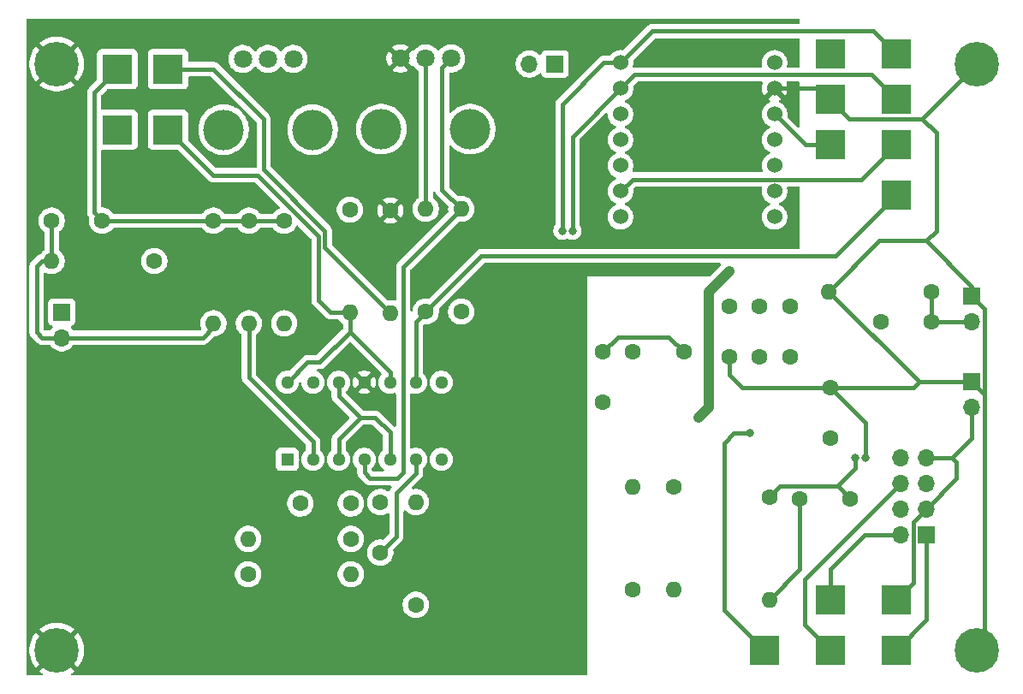
<source format=gbl>
G04 #@! TF.GenerationSoftware,KiCad,Pcbnew,9.0.0*
G04 #@! TF.CreationDate,2025-02-23T14:29:25+01:00*
G04 #@! TF.ProjectId,pcb_v0,7063625f-7630-42e6-9b69-6361645f7063,rev?*
G04 #@! TF.SameCoordinates,Original*
G04 #@! TF.FileFunction,Copper,L2,Bot*
G04 #@! TF.FilePolarity,Positive*
%FSLAX46Y46*%
G04 Gerber Fmt 4.6, Leading zero omitted, Abs format (unit mm)*
G04 Created by KiCad (PCBNEW 9.0.0) date 2025-02-23 14:29:25*
%MOMM*%
%LPD*%
G01*
G04 APERTURE LIST*
G04 #@! TA.AperFunction,ComponentPad*
%ADD10C,1.600000*%
G04 #@! TD*
G04 #@! TA.AperFunction,ComponentPad*
%ADD11R,3.000000X3.000000*%
G04 #@! TD*
G04 #@! TA.AperFunction,ComponentPad*
%ADD12O,1.600000X1.600000*%
G04 #@! TD*
G04 #@! TA.AperFunction,ComponentPad*
%ADD13R,1.700000X1.700000*%
G04 #@! TD*
G04 #@! TA.AperFunction,ComponentPad*
%ADD14O,1.700000X1.700000*%
G04 #@! TD*
G04 #@! TA.AperFunction,ComponentPad*
%ADD15C,1.524000*%
G04 #@! TD*
G04 #@! TA.AperFunction,ComponentPad*
%ADD16C,2.600000*%
G04 #@! TD*
G04 #@! TA.AperFunction,ConnectorPad*
%ADD17C,4.400000*%
G04 #@! TD*
G04 #@! TA.AperFunction,WasherPad*
%ADD18C,4.000000*%
G04 #@! TD*
G04 #@! TA.AperFunction,ComponentPad*
%ADD19C,1.800000*%
G04 #@! TD*
G04 #@! TA.AperFunction,ComponentPad*
%ADD20R,1.295400X1.295400*%
G04 #@! TD*
G04 #@! TA.AperFunction,ComponentPad*
%ADD21C,1.295400*%
G04 #@! TD*
G04 #@! TA.AperFunction,ViaPad*
%ADD22C,0.800000*%
G04 #@! TD*
G04 #@! TA.AperFunction,Conductor*
%ADD23C,0.400000*%
G04 #@! TD*
G04 #@! TA.AperFunction,Conductor*
%ADD24C,1.000000*%
G04 #@! TD*
G04 APERTURE END LIST*
D10*
X107000000Y-67080000D03*
X112000000Y-67080000D03*
D11*
X177500000Y-109580000D03*
D10*
X140500000Y-66080000D03*
D12*
X140500000Y-76240000D03*
D11*
X118500000Y-58080000D03*
X118500000Y-52080000D03*
D10*
X161500000Y-80080000D03*
X161500000Y-85080000D03*
X144000000Y-76080000D03*
D12*
X144000000Y-65920000D03*
D13*
X198000000Y-83040000D03*
D14*
X198000000Y-85580000D03*
D11*
X113500000Y-52080000D03*
D10*
X136500000Y-66000000D03*
D12*
X136500000Y-76160000D03*
D10*
X174000000Y-80580000D03*
X174000000Y-75580000D03*
D15*
X163260000Y-51460000D03*
X163260000Y-54000000D03*
X163260000Y-56540000D03*
X163260000Y-59080000D03*
X163260000Y-61620000D03*
X163260000Y-64160000D03*
X163260000Y-66700000D03*
X178500000Y-66700000D03*
X178500000Y-64160000D03*
X178500000Y-61620000D03*
X178500000Y-59080000D03*
X178500000Y-56540000D03*
X178500000Y-54000000D03*
X178500000Y-51460000D03*
D10*
X177000000Y-75580000D03*
X177000000Y-80580000D03*
D11*
X184000000Y-50580000D03*
X190500000Y-50580000D03*
D10*
X139500000Y-94920000D03*
X139500000Y-99920000D03*
D13*
X198000000Y-74540000D03*
D14*
X198000000Y-77080000D03*
D16*
X198500000Y-109580000D03*
D17*
X198500000Y-109580000D03*
D11*
X184000000Y-59580000D03*
X184000000Y-109580000D03*
D10*
X194000000Y-74080000D03*
D12*
X183840000Y-74080000D03*
D10*
X131589693Y-95063738D03*
X136589693Y-95063738D03*
D13*
X156775000Y-51580000D03*
D14*
X154235000Y-51580000D03*
D10*
X180000000Y-75580000D03*
X180000000Y-80580000D03*
D13*
X193500000Y-98160000D03*
D14*
X190960000Y-98160000D03*
X193500000Y-95620000D03*
X190960000Y-95620000D03*
X193500000Y-93080000D03*
X190960000Y-93080000D03*
X193500000Y-90540000D03*
X190960000Y-90540000D03*
D13*
X108000000Y-76120000D03*
D14*
X108000000Y-78660000D03*
D10*
X184000000Y-83580000D03*
X184000000Y-88580000D03*
X168500000Y-93420000D03*
D12*
X168500000Y-103580000D03*
D11*
X113500000Y-58080000D03*
D10*
X126429693Y-102063738D03*
D12*
X136589693Y-102063738D03*
D11*
X190500000Y-104580000D03*
X190500000Y-55080000D03*
D10*
X130000000Y-67080000D03*
D12*
X130000000Y-77240000D03*
D10*
X123000000Y-67080000D03*
D12*
X123000000Y-77240000D03*
D10*
X194000000Y-77080000D03*
X189000000Y-77080000D03*
D11*
X184000000Y-104580000D03*
X190500000Y-59580000D03*
D16*
X107500000Y-109580000D03*
D17*
X107500000Y-109580000D03*
D10*
X178000000Y-94420000D03*
D12*
X178000000Y-104580000D03*
D16*
X198500000Y-51580000D03*
D17*
X198500000Y-51580000D03*
D10*
X181000000Y-94580000D03*
X186000000Y-94580000D03*
D18*
X132800000Y-58080000D03*
X124000000Y-58080000D03*
D19*
X125900000Y-51080000D03*
X128400000Y-51080000D03*
X130900000Y-51080000D03*
D11*
X184000000Y-55080000D03*
D16*
X107500000Y-51580000D03*
D17*
X107500000Y-51580000D03*
D10*
X164500000Y-103580000D03*
D12*
X164500000Y-93420000D03*
D10*
X164500000Y-80080000D03*
X169500000Y-80080000D03*
X143000000Y-105080000D03*
D12*
X143000000Y-94920000D03*
D10*
X136589693Y-98563738D03*
D12*
X126429693Y-98563738D03*
D10*
X117160000Y-71080000D03*
D12*
X107000000Y-71080000D03*
D20*
X130300000Y-90700000D03*
D21*
X132840000Y-90700000D03*
X135380000Y-90700000D03*
X137920000Y-90700000D03*
X140460000Y-90700000D03*
X143000000Y-90700000D03*
X145540000Y-90700000D03*
X145540000Y-83080000D03*
X143000000Y-83080000D03*
X140460000Y-83080000D03*
X137920000Y-83080000D03*
X135380000Y-83080000D03*
X132840000Y-83080000D03*
X130300000Y-83080000D03*
D11*
X190500000Y-109580000D03*
D10*
X147500000Y-76080000D03*
D12*
X147500000Y-65920000D03*
D11*
X190500000Y-64580000D03*
D10*
X126500000Y-67080000D03*
D12*
X126500000Y-77240000D03*
D18*
X148400000Y-58030000D03*
X139600000Y-58030000D03*
D19*
X141500000Y-51030000D03*
X144000000Y-51030000D03*
X146500000Y-51030000D03*
D22*
X168000000Y-51000000D03*
X148487268Y-88440258D03*
X187500003Y-90580000D03*
X144578703Y-88365453D03*
X176050002Y-88130002D03*
X186500000Y-90580000D03*
X171000000Y-86580000D03*
X174000000Y-72080000D03*
X158500000Y-68080000D03*
X157500000Y-68080000D03*
D23*
X181500000Y-102540000D02*
X190960000Y-93080000D01*
X181500000Y-107080000D02*
X181500000Y-102540000D01*
X184000000Y-109580000D02*
X181500000Y-107080000D01*
X175272792Y-83580000D02*
X174000000Y-82307208D01*
X199250000Y-75790000D02*
X198000000Y-74540000D01*
X192800000Y-83040000D02*
X198000000Y-83040000D01*
X185900000Y-56980000D02*
X184000000Y-55080000D01*
X193500000Y-69080000D02*
X198000000Y-73580000D01*
X182920000Y-54000000D02*
X184000000Y-55080000D01*
X199250000Y-84290000D02*
X198000000Y-83040000D01*
X199250000Y-84290000D02*
X199250000Y-75790000D01*
X199250000Y-108830000D02*
X199250000Y-84290000D01*
X161500000Y-80080000D02*
X163000000Y-78580000D01*
X181000000Y-94580000D02*
X181000000Y-101580000D01*
X198500000Y-109580000D02*
X199250000Y-108830000D01*
X193500000Y-69080000D02*
X194500000Y-68080000D01*
X188840000Y-69080000D02*
X193500000Y-69080000D01*
X194500000Y-68080000D02*
X194500000Y-58380000D01*
X184000000Y-83580000D02*
X175272792Y-83580000D01*
X194500000Y-58380000D02*
X193100000Y-56980000D01*
X168000000Y-78580000D02*
X169500000Y-80080000D01*
X187500003Y-90580000D02*
X187500003Y-87080003D01*
X142400000Y-64180000D02*
X140500000Y-66080000D01*
X187500003Y-87080003D02*
X184000000Y-83580000D01*
X174000000Y-82307208D02*
X174000000Y-80580000D01*
X193100000Y-56980000D02*
X185900000Y-56980000D01*
X192260000Y-83580000D02*
X192800000Y-83040000D01*
X184000000Y-83580000D02*
X192260000Y-83580000D01*
X142400000Y-51930000D02*
X142400000Y-64180000D01*
X198000000Y-73580000D02*
X198000000Y-74540000D01*
X183840000Y-74080000D02*
X192800000Y-83040000D01*
X141500000Y-51030000D02*
X142400000Y-51930000D01*
X183840000Y-74080000D02*
X188840000Y-69080000D01*
X198500000Y-51580000D02*
X193100000Y-56980000D01*
X178500000Y-54000000D02*
X182920000Y-54000000D01*
X163000000Y-78580000D02*
X168000000Y-78580000D01*
X181000000Y-101580000D02*
X178000000Y-104580000D01*
X173500000Y-89080000D02*
X174449998Y-88130002D01*
X173500000Y-105580000D02*
X173500000Y-89080000D01*
X177500000Y-109580000D02*
X173500000Y-105580000D01*
X174449998Y-88130002D02*
X176050002Y-88130002D01*
X184000000Y-59580000D02*
X181540000Y-59580000D01*
X137920000Y-92000000D02*
X138500000Y-92580000D01*
X184800000Y-93380000D02*
X179040000Y-93380000D01*
X184800000Y-93280000D02*
X184800000Y-93380000D01*
X138500000Y-92580000D02*
X141138528Y-92580000D01*
X186000000Y-94580000D02*
X184800000Y-93380000D01*
X145600000Y-64020000D02*
X147500000Y-65920000D01*
X186500000Y-90580000D02*
X186500000Y-91580000D01*
X181540000Y-59580000D02*
X178500000Y-56540000D01*
X137920000Y-90700000D02*
X137920000Y-92000000D01*
X179040000Y-93380000D02*
X178000000Y-94420000D01*
X141138528Y-92580000D02*
X141760000Y-91958528D01*
X186500000Y-91580000D02*
X184800000Y-93280000D01*
X141760000Y-91958528D02*
X141760000Y-71660000D01*
X145600000Y-51930000D02*
X145600000Y-64020000D01*
X141760000Y-71660000D02*
X147500000Y-65920000D01*
X146500000Y-51030000D02*
X145600000Y-51930000D01*
D24*
X172000000Y-74080000D02*
X172000000Y-85580000D01*
X174000000Y-72080000D02*
X172000000Y-74080000D01*
X172000000Y-85580000D02*
X171000000Y-86580000D01*
D23*
X184000000Y-101580000D02*
X187420000Y-98160000D01*
X184000000Y-104580000D02*
X184000000Y-101580000D01*
X187420000Y-98160000D02*
X190960000Y-98160000D01*
X190500000Y-109580000D02*
X193500000Y-106580000D01*
X193500000Y-106580000D02*
X193500000Y-98160000D01*
X198000000Y-77080000D02*
X194000000Y-77080000D01*
X194000000Y-77080000D02*
X194000000Y-74080000D01*
X196500000Y-92620000D02*
X196500000Y-91000000D01*
X192210000Y-96910000D02*
X193500000Y-95620000D01*
X192210000Y-102870000D02*
X192210000Y-96910000D01*
X198000000Y-85580000D02*
X198000000Y-88580000D01*
X190500000Y-104580000D02*
X192210000Y-102870000D01*
X198000000Y-88580000D02*
X197000000Y-89580000D01*
X197000000Y-89580000D02*
X196040000Y-90540000D01*
X196040000Y-90540000D02*
X193500000Y-90540000D01*
X196500000Y-91000000D02*
X196040000Y-90540000D01*
X193500000Y-95620000D02*
X196500000Y-92620000D01*
X105500000Y-78080000D02*
X105500000Y-71580000D01*
X108000000Y-78660000D02*
X106080000Y-78660000D01*
X106000000Y-71080000D02*
X107000000Y-71080000D01*
X106080000Y-78660000D02*
X105500000Y-78080000D01*
X108000000Y-78660000D02*
X121920000Y-78660000D01*
X105500000Y-71580000D02*
X106000000Y-71080000D01*
X123000000Y-77580000D02*
X123000000Y-77240000D01*
X121920000Y-78660000D02*
X123000000Y-77580000D01*
X107000000Y-67080000D02*
X107000000Y-71080000D01*
X158500000Y-58760000D02*
X163260000Y-54000000D01*
X158500000Y-68080000D02*
X158500000Y-58760000D01*
X190500000Y-55080000D02*
X188042000Y-52622000D01*
X164638000Y-52622000D02*
X163260000Y-54000000D01*
X188042000Y-52622000D02*
X164638000Y-52622000D01*
X166390000Y-48330000D02*
X163260000Y-51460000D01*
X157500000Y-55580000D02*
X161620000Y-51460000D01*
X190500000Y-50580000D02*
X188250000Y-48330000D01*
X161620000Y-51460000D02*
X163260000Y-51460000D01*
X188250000Y-48330000D02*
X166390000Y-48330000D01*
X157500000Y-68080000D02*
X157500000Y-55580000D01*
X111200001Y-54379999D02*
X111200001Y-66280001D01*
X126500000Y-67080000D02*
X123000000Y-67080000D01*
X112000000Y-67080000D02*
X123000000Y-67080000D01*
X126500000Y-67080000D02*
X130000000Y-67080000D01*
X113500000Y-52080000D02*
X111200001Y-54379999D01*
X111200001Y-66280001D02*
X112000000Y-67080000D01*
X127958972Y-62038972D02*
X134000000Y-68080000D01*
X139000000Y-86580000D02*
X140460000Y-88040000D01*
X135380000Y-84460000D02*
X137500000Y-86580000D01*
X137500000Y-86580000D02*
X135380000Y-88700000D01*
X140460000Y-88040000D02*
X140460000Y-90700000D01*
X118500000Y-52080000D02*
X123000000Y-52080000D01*
X137500000Y-86580000D02*
X139000000Y-86580000D01*
X135380000Y-88700000D02*
X135380000Y-90700000D01*
X123000000Y-52080000D02*
X127958972Y-57038972D01*
X134000000Y-69740000D02*
X140500000Y-76240000D01*
X135380000Y-83080000D02*
X135380000Y-84460000D01*
X127958972Y-57038972D02*
X127958972Y-62038972D01*
X134000000Y-68080000D02*
X134000000Y-69740000D01*
X132840000Y-88920000D02*
X132840000Y-90700000D01*
X126500000Y-82580000D02*
X132840000Y-88920000D01*
X126500000Y-77240000D02*
X126500000Y-82580000D01*
X190500000Y-64580000D02*
X184500000Y-70580000D01*
X184500000Y-70580000D02*
X149500000Y-70580000D01*
X149500000Y-70580000D02*
X144000000Y-76080000D01*
X143000000Y-77080000D02*
X143000000Y-83080000D01*
X144000000Y-76080000D02*
X143000000Y-77080000D01*
X141096590Y-98323410D02*
X141096590Y-93983410D01*
X141096590Y-93983410D02*
X143000000Y-92080000D01*
X143000000Y-92080000D02*
X143000000Y-90700000D01*
X139500000Y-99920000D02*
X141096590Y-98323410D01*
X144000000Y-51030000D02*
X144000000Y-65920000D01*
X164422000Y-62998000D02*
X163260000Y-64160000D01*
X187082000Y-62998000D02*
X164422000Y-62998000D01*
X190500000Y-59580000D02*
X187082000Y-62998000D01*
X136500000Y-78080000D02*
X133500000Y-81080000D01*
X134580000Y-76160000D02*
X136500000Y-76160000D01*
X127400000Y-62580000D02*
X133400000Y-68580000D01*
X132300000Y-81080000D02*
X130300000Y-83080000D01*
X118500000Y-58080000D02*
X123000000Y-62580000D01*
X133500000Y-81080000D02*
X132300000Y-81080000D01*
X133400000Y-74980000D02*
X134580000Y-76160000D01*
X133400000Y-68580000D02*
X133400000Y-74980000D01*
X123000000Y-62580000D02*
X127400000Y-62580000D01*
X136500000Y-76160000D02*
X136500000Y-78080000D01*
X140460000Y-82040000D02*
X140460000Y-83080000D01*
X136500000Y-78080000D02*
X140460000Y-82040000D01*
G04 #@! TA.AperFunction,Conductor*
G36*
X180943039Y-47100185D02*
G01*
X180988794Y-47152989D01*
X181000000Y-47204500D01*
X181000000Y-47505500D01*
X180980315Y-47572539D01*
X180927511Y-47618294D01*
X180876000Y-47629500D01*
X166321003Y-47629500D01*
X166223760Y-47648843D01*
X166223758Y-47648843D01*
X166212591Y-47651065D01*
X166185671Y-47656420D01*
X166132866Y-47678292D01*
X166058189Y-47709225D01*
X166058188Y-47709226D01*
X166037199Y-47723249D01*
X166037192Y-47723253D01*
X165943457Y-47785886D01*
X165943453Y-47785889D01*
X163552934Y-50176407D01*
X163491611Y-50209892D01*
X163445854Y-50211199D01*
X163359365Y-50197500D01*
X163359361Y-50197500D01*
X163160639Y-50197500D01*
X163095214Y-50207862D01*
X162964362Y-50228587D01*
X162775370Y-50289993D01*
X162775367Y-50289994D01*
X162598305Y-50380213D01*
X162437533Y-50497021D01*
X162297021Y-50637533D01*
X162297019Y-50637536D01*
X162245542Y-50708386D01*
X162190214Y-50751051D01*
X162145226Y-50759500D01*
X161551004Y-50759500D01*
X161415677Y-50786418D01*
X161415667Y-50786421D01*
X161288192Y-50839222D01*
X161173454Y-50915887D01*
X161173453Y-50915888D01*
X156955888Y-55133454D01*
X156955887Y-55133455D01*
X156931467Y-55170004D01*
X156931466Y-55170005D01*
X156879228Y-55248183D01*
X156879221Y-55248195D01*
X156826421Y-55375667D01*
X156826418Y-55375677D01*
X156799500Y-55511004D01*
X156799500Y-67469899D01*
X156779815Y-67536938D01*
X156778602Y-67538790D01*
X156701988Y-67653449D01*
X156701987Y-67653452D01*
X156634106Y-67817332D01*
X156634103Y-67817341D01*
X156599500Y-67991304D01*
X156599500Y-68168695D01*
X156634103Y-68342658D01*
X156634106Y-68342667D01*
X156701983Y-68506540D01*
X156701990Y-68506553D01*
X156800535Y-68654034D01*
X156800538Y-68654038D01*
X156925961Y-68779461D01*
X156925965Y-68779464D01*
X157073446Y-68878009D01*
X157073459Y-68878016D01*
X157178484Y-68921518D01*
X157237334Y-68945894D01*
X157237336Y-68945894D01*
X157237341Y-68945896D01*
X157411304Y-68980499D01*
X157411307Y-68980500D01*
X157411309Y-68980500D01*
X157588693Y-68980500D01*
X157588694Y-68980499D01*
X157646682Y-68968964D01*
X157762658Y-68945896D01*
X157762661Y-68945894D01*
X157762666Y-68945894D01*
X157926547Y-68878013D01*
X157931107Y-68874965D01*
X157997783Y-68854086D01*
X158065163Y-68872569D01*
X158068867Y-68874948D01*
X158073453Y-68878013D01*
X158073455Y-68878014D01*
X158073457Y-68878015D01*
X158178484Y-68921518D01*
X158237334Y-68945894D01*
X158237336Y-68945894D01*
X158237341Y-68945896D01*
X158411304Y-68980499D01*
X158411307Y-68980500D01*
X158411309Y-68980500D01*
X158588693Y-68980500D01*
X158588694Y-68980499D01*
X158646682Y-68968964D01*
X158762658Y-68945896D01*
X158762661Y-68945894D01*
X158762666Y-68945894D01*
X158926547Y-68878013D01*
X159074035Y-68779464D01*
X159199464Y-68654035D01*
X159298013Y-68506547D01*
X159365894Y-68342666D01*
X159400500Y-68168691D01*
X159400500Y-67991309D01*
X159400500Y-67991306D01*
X159400499Y-67991304D01*
X159365896Y-67817341D01*
X159365893Y-67817332D01*
X159358791Y-67800185D01*
X159298013Y-67653453D01*
X159298011Y-67653451D01*
X159298011Y-67653449D01*
X159221398Y-67538790D01*
X159200520Y-67472112D01*
X159200500Y-67469899D01*
X159200500Y-59101518D01*
X159220185Y-59034479D01*
X159236814Y-59013842D01*
X161785819Y-56464836D01*
X161847142Y-56431352D01*
X161916834Y-56436336D01*
X161972767Y-56478208D01*
X161997184Y-56543672D01*
X161997500Y-56552518D01*
X161997500Y-56639361D01*
X162011200Y-56725856D01*
X162028587Y-56835637D01*
X162089993Y-57024629D01*
X162089994Y-57024632D01*
X162180213Y-57201694D01*
X162297019Y-57362464D01*
X162437536Y-57502981D01*
X162598306Y-57619787D01*
X162716832Y-57680179D01*
X162754780Y-57699515D01*
X162805576Y-57747490D01*
X162822371Y-57815311D01*
X162799833Y-57881446D01*
X162754780Y-57920485D01*
X162598305Y-58000213D01*
X162437533Y-58117021D01*
X162297021Y-58257533D01*
X162180213Y-58418305D01*
X162089994Y-58595367D01*
X162089993Y-58595370D01*
X162028587Y-58784362D01*
X161997500Y-58980639D01*
X161997500Y-59179360D01*
X162028587Y-59375637D01*
X162089993Y-59564629D01*
X162089994Y-59564632D01*
X162158370Y-59698825D01*
X162180213Y-59741694D01*
X162297019Y-59902464D01*
X162437536Y-60042981D01*
X162598306Y-60159787D01*
X162678749Y-60200775D01*
X162754780Y-60239515D01*
X162805576Y-60287490D01*
X162822371Y-60355311D01*
X162799833Y-60421446D01*
X162754780Y-60460485D01*
X162598305Y-60540213D01*
X162437533Y-60657021D01*
X162297021Y-60797533D01*
X162180213Y-60958305D01*
X162089994Y-61135367D01*
X162089993Y-61135370D01*
X162028587Y-61324362D01*
X161997500Y-61520639D01*
X161997500Y-61719360D01*
X162028587Y-61915637D01*
X162089993Y-62104629D01*
X162089994Y-62104632D01*
X162151331Y-62225011D01*
X162180213Y-62281694D01*
X162297019Y-62442464D01*
X162437536Y-62582981D01*
X162598306Y-62699787D01*
X162716832Y-62760179D01*
X162754780Y-62779515D01*
X162805576Y-62827490D01*
X162822371Y-62895311D01*
X162799833Y-62961446D01*
X162754780Y-63000485D01*
X162598305Y-63080213D01*
X162437533Y-63197021D01*
X162297021Y-63337533D01*
X162180213Y-63498305D01*
X162089994Y-63675367D01*
X162089993Y-63675370D01*
X162028587Y-63864362D01*
X161997500Y-64060639D01*
X161997500Y-64259360D01*
X162028587Y-64455637D01*
X162089993Y-64644629D01*
X162089994Y-64644632D01*
X162166500Y-64794781D01*
X162180213Y-64821694D01*
X162297019Y-64982464D01*
X162437536Y-65122981D01*
X162598306Y-65239787D01*
X162716832Y-65300179D01*
X162754780Y-65319515D01*
X162805576Y-65367490D01*
X162822371Y-65435311D01*
X162799833Y-65501446D01*
X162754780Y-65540485D01*
X162598305Y-65620213D01*
X162437533Y-65737021D01*
X162297021Y-65877533D01*
X162180213Y-66038305D01*
X162089994Y-66215367D01*
X162089993Y-66215370D01*
X162028587Y-66404362D01*
X162023964Y-66433553D01*
X161997500Y-66600639D01*
X161997500Y-66799361D01*
X162013043Y-66897498D01*
X162028587Y-66995637D01*
X162089993Y-67184629D01*
X162089994Y-67184632D01*
X162132716Y-67268477D01*
X162180213Y-67361694D01*
X162297019Y-67522464D01*
X162437536Y-67662981D01*
X162598306Y-67779787D01*
X162671992Y-67817332D01*
X162775367Y-67870005D01*
X162775370Y-67870006D01*
X162869866Y-67900709D01*
X162964364Y-67931413D01*
X163160639Y-67962500D01*
X163160640Y-67962500D01*
X163359360Y-67962500D01*
X163359361Y-67962500D01*
X163555636Y-67931413D01*
X163744632Y-67870005D01*
X163921694Y-67779787D01*
X164082464Y-67662981D01*
X164222981Y-67522464D01*
X164339787Y-67361694D01*
X164430005Y-67184632D01*
X164491413Y-66995636D01*
X164522500Y-66799361D01*
X164522500Y-66600639D01*
X164491413Y-66404364D01*
X164436187Y-66234394D01*
X164430006Y-66215370D01*
X164430005Y-66215367D01*
X164361031Y-66080000D01*
X164339787Y-66038306D01*
X164222981Y-65877536D01*
X164082464Y-65737019D01*
X163921694Y-65620213D01*
X163765218Y-65540484D01*
X163714423Y-65492510D01*
X163697628Y-65424689D01*
X163720165Y-65358554D01*
X163765218Y-65319515D01*
X163921694Y-65239787D01*
X164082464Y-65122981D01*
X164222981Y-64982464D01*
X164339787Y-64821694D01*
X164430005Y-64644632D01*
X164491413Y-64455636D01*
X164522500Y-64259361D01*
X164522500Y-64060639D01*
X164508799Y-63974140D01*
X164509500Y-63968717D01*
X164507588Y-63963590D01*
X164513929Y-63934436D01*
X164517753Y-63904851D01*
X164521585Y-63899246D01*
X164522440Y-63895317D01*
X164543584Y-63867071D01*
X164675839Y-63734817D01*
X164737162Y-63701334D01*
X164763519Y-63698500D01*
X177151808Y-63698500D01*
X177218847Y-63718185D01*
X177264602Y-63770989D01*
X177274546Y-63840147D01*
X177269738Y-63860820D01*
X177268587Y-63864361D01*
X177237500Y-64060639D01*
X177237500Y-64259360D01*
X177268587Y-64455637D01*
X177329993Y-64644629D01*
X177329994Y-64644632D01*
X177406500Y-64794781D01*
X177420213Y-64821694D01*
X177537019Y-64982464D01*
X177677536Y-65122981D01*
X177838306Y-65239787D01*
X177956832Y-65300179D01*
X177994780Y-65319515D01*
X178045576Y-65367490D01*
X178062371Y-65435311D01*
X178039833Y-65501446D01*
X177994780Y-65540485D01*
X177838305Y-65620213D01*
X177677533Y-65737021D01*
X177537021Y-65877533D01*
X177420213Y-66038305D01*
X177329994Y-66215367D01*
X177329993Y-66215370D01*
X177268587Y-66404362D01*
X177263964Y-66433553D01*
X177237500Y-66600639D01*
X177237500Y-66799361D01*
X177253043Y-66897498D01*
X177268587Y-66995637D01*
X177329993Y-67184629D01*
X177329994Y-67184632D01*
X177372716Y-67268477D01*
X177420213Y-67361694D01*
X177537019Y-67522464D01*
X177677536Y-67662981D01*
X177838306Y-67779787D01*
X177911992Y-67817332D01*
X178015367Y-67870005D01*
X178015370Y-67870006D01*
X178109866Y-67900709D01*
X178204364Y-67931413D01*
X178400639Y-67962500D01*
X178400640Y-67962500D01*
X178599360Y-67962500D01*
X178599361Y-67962500D01*
X178795636Y-67931413D01*
X178984632Y-67870005D01*
X179161694Y-67779787D01*
X179322464Y-67662981D01*
X179462981Y-67522464D01*
X179579787Y-67361694D01*
X179670005Y-67184632D01*
X179731413Y-66995636D01*
X179762500Y-66799361D01*
X179762500Y-66600639D01*
X179731413Y-66404364D01*
X179676187Y-66234394D01*
X179670006Y-66215370D01*
X179670005Y-66215367D01*
X179601031Y-66080000D01*
X179579787Y-66038306D01*
X179462981Y-65877536D01*
X179322464Y-65737019D01*
X179161694Y-65620213D01*
X179005218Y-65540484D01*
X178954423Y-65492510D01*
X178937628Y-65424689D01*
X178960165Y-65358554D01*
X179005218Y-65319515D01*
X179161694Y-65239787D01*
X179322464Y-65122981D01*
X179462981Y-64982464D01*
X179579787Y-64821694D01*
X179670005Y-64644632D01*
X179731413Y-64455636D01*
X179762500Y-64259361D01*
X179762500Y-64060639D01*
X179731413Y-63864364D01*
X179731357Y-63864192D01*
X179730262Y-63860820D01*
X179728265Y-63790979D01*
X179764345Y-63731146D01*
X179827045Y-63700316D01*
X179848192Y-63698500D01*
X180876000Y-63698500D01*
X180943039Y-63718185D01*
X180988794Y-63770989D01*
X181000000Y-63822500D01*
X181000000Y-69755500D01*
X180980315Y-69822539D01*
X180927511Y-69868294D01*
X180876000Y-69879500D01*
X149431004Y-69879500D01*
X149295677Y-69906418D01*
X149295667Y-69906421D01*
X149168192Y-69959222D01*
X149053454Y-70035887D01*
X144326147Y-74763194D01*
X144264824Y-74796679D01*
X144219068Y-74797986D01*
X144169969Y-74790209D01*
X144102352Y-74779500D01*
X143897648Y-74779500D01*
X143873329Y-74783351D01*
X143695465Y-74811522D01*
X143500776Y-74874781D01*
X143318386Y-74967715D01*
X143152786Y-75088028D01*
X143008028Y-75232786D01*
X142887715Y-75398386D01*
X142794781Y-75580776D01*
X142731522Y-75775465D01*
X142706973Y-75930466D01*
X142677044Y-75993601D01*
X142617732Y-76030532D01*
X142547870Y-76029534D01*
X142489637Y-75990924D01*
X142461523Y-75926960D01*
X142460500Y-75911068D01*
X142460500Y-72001518D01*
X142480185Y-71934479D01*
X142496814Y-71913842D01*
X147173852Y-67236803D01*
X147235173Y-67203320D01*
X147280929Y-67202013D01*
X147301177Y-67205220D01*
X147397648Y-67220500D01*
X147397649Y-67220500D01*
X147602351Y-67220500D01*
X147602352Y-67220500D01*
X147804534Y-67188477D01*
X147999219Y-67125220D01*
X148181610Y-67032287D01*
X148274590Y-66964732D01*
X148347213Y-66911971D01*
X148347215Y-66911968D01*
X148347219Y-66911966D01*
X148491966Y-66767219D01*
X148491968Y-66767215D01*
X148491971Y-66767213D01*
X148554164Y-66681610D01*
X148612287Y-66601610D01*
X148705220Y-66419219D01*
X148768477Y-66224534D01*
X148800500Y-66022352D01*
X148800500Y-65817648D01*
X148768477Y-65615466D01*
X148705220Y-65420781D01*
X148705218Y-65420778D01*
X148705218Y-65420776D01*
X148653047Y-65318386D01*
X148612287Y-65238390D01*
X148550093Y-65152786D01*
X148491971Y-65072786D01*
X148347213Y-64928028D01*
X148181613Y-64807715D01*
X148181612Y-64807714D01*
X148181610Y-64807713D01*
X148124653Y-64778691D01*
X147999223Y-64714781D01*
X147804534Y-64651522D01*
X147629995Y-64623878D01*
X147602352Y-64619500D01*
X147397648Y-64619500D01*
X147280929Y-64637986D01*
X147211636Y-64629031D01*
X147173851Y-64603194D01*
X146336819Y-63766162D01*
X146303334Y-63704839D01*
X146300500Y-63678481D01*
X146300500Y-59762172D01*
X146320185Y-59695133D01*
X146372989Y-59649378D01*
X146442147Y-59639434D01*
X146505703Y-59668459D01*
X146521449Y-59684862D01*
X146532581Y-59698822D01*
X146532583Y-59698824D01*
X146532584Y-59698825D01*
X146731175Y-59897416D01*
X146950752Y-60072523D01*
X147160790Y-60204499D01*
X147188557Y-60221946D01*
X147246822Y-60250005D01*
X147441592Y-60343801D01*
X147584484Y-60393801D01*
X147706670Y-60436556D01*
X147706682Y-60436560D01*
X147980491Y-60499055D01*
X147980497Y-60499055D01*
X147980505Y-60499057D01*
X148166547Y-60520018D01*
X148259569Y-60530499D01*
X148259572Y-60530500D01*
X148259575Y-60530500D01*
X148540428Y-60530500D01*
X148540429Y-60530499D01*
X148683055Y-60514429D01*
X148819494Y-60499057D01*
X148819499Y-60499056D01*
X148819509Y-60499055D01*
X149093318Y-60436560D01*
X149358408Y-60343801D01*
X149611445Y-60221945D01*
X149849248Y-60072523D01*
X150068825Y-59897416D01*
X150267416Y-59698825D01*
X150442523Y-59479248D01*
X150591945Y-59241445D01*
X150713801Y-58988408D01*
X150806560Y-58723318D01*
X150869055Y-58449509D01*
X150900500Y-58170425D01*
X150900500Y-57889575D01*
X150883484Y-57738554D01*
X150869057Y-57610505D01*
X150869054Y-57610487D01*
X150806560Y-57336682D01*
X150806556Y-57336670D01*
X150783465Y-57270680D01*
X150713801Y-57071592D01*
X150612044Y-56860291D01*
X150591946Y-56818557D01*
X150591945Y-56818555D01*
X150442523Y-56580752D01*
X150267416Y-56361175D01*
X150068825Y-56162584D01*
X149849248Y-55987477D01*
X149611445Y-55838055D01*
X149611442Y-55838053D01*
X149358411Y-55716200D01*
X149093329Y-55623443D01*
X149093317Y-55623439D01*
X148819512Y-55560945D01*
X148819494Y-55560942D01*
X148540431Y-55529500D01*
X148540425Y-55529500D01*
X148259575Y-55529500D01*
X148259568Y-55529500D01*
X147980505Y-55560942D01*
X147980487Y-55560945D01*
X147706682Y-55623439D01*
X147706670Y-55623443D01*
X147441588Y-55716200D01*
X147188557Y-55838053D01*
X146950753Y-55987476D01*
X146731175Y-56162583D01*
X146532583Y-56361175D01*
X146521447Y-56375140D01*
X146464258Y-56415280D01*
X146394446Y-56418130D01*
X146334177Y-56382784D01*
X146302584Y-56320465D01*
X146300500Y-56297827D01*
X146300500Y-52554500D01*
X146320185Y-52487461D01*
X146372989Y-52441706D01*
X146424500Y-52430500D01*
X146610221Y-52430500D01*
X146610222Y-52430500D01*
X146827951Y-52396015D01*
X147037606Y-52327895D01*
X147234022Y-52227815D01*
X147412365Y-52098242D01*
X147568242Y-51942365D01*
X147697815Y-51764022D01*
X147797895Y-51567606D01*
X147810114Y-51530000D01*
X147828403Y-51473713D01*
X152884500Y-51473713D01*
X152884500Y-51686286D01*
X152916583Y-51888854D01*
X152917754Y-51896243D01*
X152983389Y-52098247D01*
X152983444Y-52098414D01*
X153079951Y-52287820D01*
X153204890Y-52459786D01*
X153355213Y-52610109D01*
X153527179Y-52735048D01*
X153527181Y-52735049D01*
X153527184Y-52735051D01*
X153716588Y-52831557D01*
X153918757Y-52897246D01*
X154128713Y-52930500D01*
X154128714Y-52930500D01*
X154341286Y-52930500D01*
X154341287Y-52930500D01*
X154551243Y-52897246D01*
X154753412Y-52831557D01*
X154942816Y-52735051D01*
X155055869Y-52652914D01*
X155114784Y-52610110D01*
X155114784Y-52610109D01*
X155114792Y-52610104D01*
X155228329Y-52496566D01*
X155289648Y-52463084D01*
X155359340Y-52468068D01*
X155415274Y-52509939D01*
X155432189Y-52540917D01*
X155481202Y-52672328D01*
X155481206Y-52672335D01*
X155567452Y-52787544D01*
X155567455Y-52787547D01*
X155682664Y-52873793D01*
X155682671Y-52873797D01*
X155817517Y-52924091D01*
X155817516Y-52924091D01*
X155824444Y-52924835D01*
X155877127Y-52930500D01*
X157672872Y-52930499D01*
X157732483Y-52924091D01*
X157867331Y-52873796D01*
X157982546Y-52787546D01*
X158068796Y-52672331D01*
X158119091Y-52537483D01*
X158125500Y-52477873D01*
X158125499Y-50682128D01*
X158119091Y-50622517D01*
X158117810Y-50619083D01*
X158068797Y-50487671D01*
X158068793Y-50487664D01*
X157982547Y-50372455D01*
X157982544Y-50372452D01*
X157867335Y-50286206D01*
X157867328Y-50286202D01*
X157732482Y-50235908D01*
X157732483Y-50235908D01*
X157672883Y-50229501D01*
X157672881Y-50229500D01*
X157672873Y-50229500D01*
X157672864Y-50229500D01*
X155877129Y-50229500D01*
X155877123Y-50229501D01*
X155817516Y-50235908D01*
X155682671Y-50286202D01*
X155682664Y-50286206D01*
X155567455Y-50372452D01*
X155567452Y-50372455D01*
X155481206Y-50487664D01*
X155481203Y-50487669D01*
X155432189Y-50619083D01*
X155390317Y-50675016D01*
X155324853Y-50699433D01*
X155256580Y-50684581D01*
X155228326Y-50663430D01*
X155114786Y-50549890D01*
X154942820Y-50424951D01*
X154753414Y-50328444D01*
X154753413Y-50328443D01*
X154753412Y-50328443D01*
X154551243Y-50262754D01*
X154551241Y-50262753D01*
X154551240Y-50262753D01*
X154389957Y-50237208D01*
X154341287Y-50229500D01*
X154128713Y-50229500D01*
X154080042Y-50237208D01*
X153918760Y-50262753D01*
X153716585Y-50328444D01*
X153527179Y-50424951D01*
X153355213Y-50549890D01*
X153204890Y-50700213D01*
X153079951Y-50872179D01*
X152983444Y-51061585D01*
X152917753Y-51263760D01*
X152884500Y-51473713D01*
X147828403Y-51473713D01*
X147842436Y-51430523D01*
X147842436Y-51430522D01*
X147866014Y-51357954D01*
X147866013Y-51357954D01*
X147866015Y-51357951D01*
X147900500Y-51140222D01*
X147900500Y-50919778D01*
X147866015Y-50702049D01*
X147815026Y-50545119D01*
X147797896Y-50492396D01*
X147797895Y-50492393D01*
X147763237Y-50424375D01*
X147697815Y-50295978D01*
X147680324Y-50271903D01*
X147568247Y-50117641D01*
X147568243Y-50117636D01*
X147412363Y-49961756D01*
X147412358Y-49961752D01*
X147234025Y-49832187D01*
X147234024Y-49832186D01*
X147234022Y-49832185D01*
X147171096Y-49800122D01*
X147037606Y-49732104D01*
X147037603Y-49732103D01*
X146827952Y-49663985D01*
X146719086Y-49646742D01*
X146610222Y-49629500D01*
X146389778Y-49629500D01*
X146317201Y-49640995D01*
X146172047Y-49663985D01*
X145962396Y-49732103D01*
X145962393Y-49732104D01*
X145765974Y-49832187D01*
X145587641Y-49961752D01*
X145587636Y-49961756D01*
X145431756Y-50117636D01*
X145431752Y-50117641D01*
X145350318Y-50229727D01*
X145294989Y-50272393D01*
X145225375Y-50278372D01*
X145163580Y-50245767D01*
X145149682Y-50229727D01*
X145068247Y-50117641D01*
X145068243Y-50117636D01*
X144912363Y-49961756D01*
X144912358Y-49961752D01*
X144734025Y-49832187D01*
X144734024Y-49832186D01*
X144734022Y-49832185D01*
X144671096Y-49800122D01*
X144537606Y-49732104D01*
X144537603Y-49732103D01*
X144327952Y-49663985D01*
X144219086Y-49646742D01*
X144110222Y-49629500D01*
X143889778Y-49629500D01*
X143817201Y-49640995D01*
X143672047Y-49663985D01*
X143462396Y-49732103D01*
X143462393Y-49732104D01*
X143265974Y-49832187D01*
X143087641Y-49961752D01*
X143087636Y-49961756D01*
X142931756Y-50117636D01*
X142850008Y-50230153D01*
X142794678Y-50272818D01*
X142725064Y-50278797D01*
X142663269Y-50246191D01*
X142651416Y-50232513D01*
X142651065Y-50232485D01*
X141982962Y-50900589D01*
X141965925Y-50837007D01*
X141900099Y-50722993D01*
X141807007Y-50629901D01*
X141692993Y-50564075D01*
X141629407Y-50547037D01*
X142297513Y-49878932D01*
X142233756Y-49832611D01*
X142037410Y-49732567D01*
X141827835Y-49664473D01*
X141610181Y-49630000D01*
X141389819Y-49630000D01*
X141172164Y-49664473D01*
X140962589Y-49732567D01*
X140766233Y-49832616D01*
X140702485Y-49878931D01*
X140702485Y-49878932D01*
X141370590Y-50547037D01*
X141307007Y-50564075D01*
X141192993Y-50629901D01*
X141099901Y-50722993D01*
X141034075Y-50837007D01*
X141017037Y-50900590D01*
X140348932Y-50232485D01*
X140348931Y-50232485D01*
X140302616Y-50296233D01*
X140202567Y-50492589D01*
X140134473Y-50702164D01*
X140100000Y-50919818D01*
X140100000Y-51140181D01*
X140134473Y-51357835D01*
X140202567Y-51567410D01*
X140302611Y-51763756D01*
X140348932Y-51827513D01*
X141017037Y-51159408D01*
X141034075Y-51222993D01*
X141099901Y-51337007D01*
X141192993Y-51430099D01*
X141307007Y-51495925D01*
X141370590Y-51512962D01*
X140702485Y-52181065D01*
X140702485Y-52181066D01*
X140766243Y-52227388D01*
X140962589Y-52327432D01*
X141172164Y-52395526D01*
X141389819Y-52430000D01*
X141610181Y-52430000D01*
X141827835Y-52395526D01*
X142037410Y-52327432D01*
X142233760Y-52227386D01*
X142297513Y-52181066D01*
X142297514Y-52181066D01*
X141629409Y-51512962D01*
X141692993Y-51495925D01*
X141807007Y-51430099D01*
X141900099Y-51337007D01*
X141965925Y-51222993D01*
X141982962Y-51159410D01*
X142651066Y-51827514D01*
X142652547Y-51827397D01*
X142704700Y-51787180D01*
X142774314Y-51781200D01*
X142836109Y-51813806D01*
X142850008Y-51829846D01*
X142931752Y-51942359D01*
X142931758Y-51942365D01*
X143087635Y-52098242D01*
X143248386Y-52215034D01*
X143291051Y-52270362D01*
X143299500Y-52315351D01*
X143299500Y-64758255D01*
X143279815Y-64825294D01*
X143248385Y-64858573D01*
X143152787Y-64928028D01*
X143152782Y-64928032D01*
X143008028Y-65072786D01*
X142887715Y-65238386D01*
X142794781Y-65420776D01*
X142731522Y-65615465D01*
X142699500Y-65817648D01*
X142699500Y-66022351D01*
X142731522Y-66224534D01*
X142794781Y-66419223D01*
X142827952Y-66484323D01*
X142887218Y-66600639D01*
X142887715Y-66601613D01*
X143008028Y-66767213D01*
X143152786Y-66911971D01*
X143267945Y-66995637D01*
X143318390Y-67032287D01*
X143434607Y-67091503D01*
X143500776Y-67125218D01*
X143500778Y-67125218D01*
X143500781Y-67125220D01*
X143605137Y-67159127D01*
X143695465Y-67188477D01*
X143796557Y-67204488D01*
X143897648Y-67220500D01*
X143897649Y-67220500D01*
X144102351Y-67220500D01*
X144102352Y-67220500D01*
X144304534Y-67188477D01*
X144499219Y-67125220D01*
X144681610Y-67032287D01*
X144774590Y-66964732D01*
X144847213Y-66911971D01*
X144847215Y-66911968D01*
X144847219Y-66911966D01*
X144991966Y-66767219D01*
X144991968Y-66767215D01*
X144991971Y-66767213D01*
X145054164Y-66681610D01*
X145112287Y-66601610D01*
X145205220Y-66419219D01*
X145268477Y-66224534D01*
X145300500Y-66022352D01*
X145300500Y-65817648D01*
X145268477Y-65615466D01*
X145205220Y-65420781D01*
X145205218Y-65420778D01*
X145205218Y-65420776D01*
X145153047Y-65318386D01*
X145112287Y-65238390D01*
X145050093Y-65152786D01*
X144991971Y-65072786D01*
X144847217Y-64928032D01*
X144847212Y-64928028D01*
X144751615Y-64858573D01*
X144708949Y-64803243D01*
X144700500Y-64758255D01*
X144700500Y-64302298D01*
X144720185Y-64235259D01*
X144772989Y-64189504D01*
X144842147Y-64179560D01*
X144905703Y-64208585D01*
X144939060Y-64254845D01*
X144979225Y-64351811D01*
X145030332Y-64428299D01*
X145055887Y-64466545D01*
X145055888Y-64466546D01*
X146183194Y-65593851D01*
X146216679Y-65655174D01*
X146217986Y-65700929D01*
X146199500Y-65817647D01*
X146199500Y-66022351D01*
X146217986Y-66139068D01*
X146209031Y-66208362D01*
X146183194Y-66246147D01*
X141215889Y-71213452D01*
X141215886Y-71213457D01*
X141192679Y-71248189D01*
X141189077Y-71253580D01*
X141139223Y-71328191D01*
X141086421Y-71455667D01*
X141086418Y-71455677D01*
X141059500Y-71591004D01*
X141059500Y-74883694D01*
X141039815Y-74950733D01*
X140987011Y-74996488D01*
X140917853Y-75006432D01*
X140897182Y-75001625D01*
X140804537Y-74971523D01*
X140652897Y-74947505D01*
X140602352Y-74939500D01*
X140397648Y-74939500D01*
X140280929Y-74957986D01*
X140211636Y-74949031D01*
X140173851Y-74923194D01*
X134736819Y-69486162D01*
X134703334Y-69424839D01*
X134700500Y-69398481D01*
X134700500Y-68011004D01*
X134673581Y-67875677D01*
X134673580Y-67875676D01*
X134673580Y-67875672D01*
X134671233Y-67870005D01*
X134620778Y-67748195D01*
X134620774Y-67748188D01*
X134589094Y-67700775D01*
X134544114Y-67633457D01*
X134544112Y-67633454D01*
X132808306Y-65897648D01*
X135199500Y-65897648D01*
X135199500Y-66102351D01*
X135231522Y-66304534D01*
X135294781Y-66499223D01*
X135387715Y-66681613D01*
X135508028Y-66847213D01*
X135652786Y-66991971D01*
X135807749Y-67104556D01*
X135818390Y-67112287D01*
X135911000Y-67159474D01*
X136000776Y-67205218D01*
X136000778Y-67205218D01*
X136000781Y-67205220D01*
X136097990Y-67236805D01*
X136195465Y-67268477D01*
X136296557Y-67284488D01*
X136397648Y-67300500D01*
X136397649Y-67300500D01*
X136602351Y-67300500D01*
X136602352Y-67300500D01*
X136804534Y-67268477D01*
X136999219Y-67205220D01*
X137181610Y-67112287D01*
X137258813Y-67056195D01*
X137319787Y-67011897D01*
X137319788Y-67011896D01*
X137347215Y-66991969D01*
X137347215Y-66991968D01*
X137347219Y-66991966D01*
X137491966Y-66847219D01*
X137491968Y-66847215D01*
X137491971Y-66847213D01*
X137559803Y-66753849D01*
X137612287Y-66681610D01*
X137705220Y-66499219D01*
X137768477Y-66304534D01*
X137800500Y-66102352D01*
X137800500Y-65977682D01*
X139200000Y-65977682D01*
X139200000Y-66182317D01*
X139232009Y-66384417D01*
X139295244Y-66579031D01*
X139388141Y-66761350D01*
X139388147Y-66761359D01*
X139420523Y-66805921D01*
X139420524Y-66805922D01*
X140100000Y-66126446D01*
X140100000Y-66132661D01*
X140127259Y-66234394D01*
X140179920Y-66325606D01*
X140254394Y-66400080D01*
X140345606Y-66452741D01*
X140447339Y-66480000D01*
X140453553Y-66480000D01*
X139774076Y-67159474D01*
X139818650Y-67191859D01*
X140000968Y-67284755D01*
X140195582Y-67347990D01*
X140397683Y-67380000D01*
X140602317Y-67380000D01*
X140804417Y-67347990D01*
X140999031Y-67284755D01*
X141181349Y-67191859D01*
X141225921Y-67159474D01*
X140546447Y-66480000D01*
X140552661Y-66480000D01*
X140654394Y-66452741D01*
X140745606Y-66400080D01*
X140820080Y-66325606D01*
X140872741Y-66234394D01*
X140900000Y-66132661D01*
X140900000Y-66126447D01*
X141579474Y-66805921D01*
X141611859Y-66761349D01*
X141704755Y-66579031D01*
X141767990Y-66384417D01*
X141800000Y-66182317D01*
X141800000Y-65977682D01*
X141767990Y-65775582D01*
X141704755Y-65580968D01*
X141611859Y-65398650D01*
X141579474Y-65354077D01*
X141579474Y-65354076D01*
X140900000Y-66033551D01*
X140900000Y-66027339D01*
X140872741Y-65925606D01*
X140820080Y-65834394D01*
X140745606Y-65759920D01*
X140654394Y-65707259D01*
X140552661Y-65680000D01*
X140546446Y-65680000D01*
X141225922Y-65000524D01*
X141225921Y-65000523D01*
X141181359Y-64968147D01*
X141181350Y-64968141D01*
X140999031Y-64875244D01*
X140804417Y-64812009D01*
X140602317Y-64780000D01*
X140397683Y-64780000D01*
X140195582Y-64812009D01*
X140000968Y-64875244D01*
X139818644Y-64968143D01*
X139774077Y-65000523D01*
X139774077Y-65000524D01*
X140453554Y-65680000D01*
X140447339Y-65680000D01*
X140345606Y-65707259D01*
X140254394Y-65759920D01*
X140179920Y-65834394D01*
X140127259Y-65925606D01*
X140100000Y-66027339D01*
X140100000Y-66033553D01*
X139420524Y-65354077D01*
X139420523Y-65354077D01*
X139388143Y-65398644D01*
X139295244Y-65580968D01*
X139232009Y-65775582D01*
X139200000Y-65977682D01*
X137800500Y-65977682D01*
X137800500Y-65897648D01*
X137775059Y-65737021D01*
X137768477Y-65695465D01*
X137731274Y-65580968D01*
X137705220Y-65500781D01*
X137705218Y-65500778D01*
X137705218Y-65500776D01*
X137664455Y-65420776D01*
X137612287Y-65318390D01*
X137604556Y-65307749D01*
X137491971Y-65152786D01*
X137347213Y-65008028D01*
X137181613Y-64887715D01*
X137181612Y-64887714D01*
X137181610Y-64887713D01*
X137124420Y-64858573D01*
X136999223Y-64794781D01*
X136804534Y-64731522D01*
X136629995Y-64703878D01*
X136602352Y-64699500D01*
X136397648Y-64699500D01*
X136373329Y-64703351D01*
X136195465Y-64731522D01*
X136000776Y-64794781D01*
X135818386Y-64887715D01*
X135652786Y-65008028D01*
X135508028Y-65152786D01*
X135387715Y-65318386D01*
X135294781Y-65500776D01*
X135231522Y-65695465D01*
X135199500Y-65897648D01*
X132808306Y-65897648D01*
X128695791Y-61785133D01*
X128662306Y-61723810D01*
X128659472Y-61697452D01*
X128659472Y-57939568D01*
X130299500Y-57939568D01*
X130299500Y-58220431D01*
X130330942Y-58499494D01*
X130330945Y-58499512D01*
X130393439Y-58773317D01*
X130393443Y-58773329D01*
X130486200Y-59038411D01*
X130608053Y-59291442D01*
X130608055Y-59291445D01*
X130757477Y-59529248D01*
X130932584Y-59748825D01*
X131131175Y-59947416D01*
X131350752Y-60122523D01*
X131588555Y-60271945D01*
X131841592Y-60393801D01*
X132032164Y-60460485D01*
X132106670Y-60486556D01*
X132106682Y-60486560D01*
X132380491Y-60549055D01*
X132380497Y-60549055D01*
X132380505Y-60549057D01*
X132566547Y-60570018D01*
X132659569Y-60580499D01*
X132659572Y-60580500D01*
X132659575Y-60580500D01*
X132940428Y-60580500D01*
X132940429Y-60580499D01*
X133083055Y-60564429D01*
X133219494Y-60549057D01*
X133219499Y-60549056D01*
X133219509Y-60549055D01*
X133493318Y-60486560D01*
X133758408Y-60393801D01*
X134011445Y-60271945D01*
X134249248Y-60122523D01*
X134468825Y-59947416D01*
X134667416Y-59748825D01*
X134842523Y-59529248D01*
X134991945Y-59291445D01*
X135113801Y-59038408D01*
X135206560Y-58773318D01*
X135269055Y-58499509D01*
X135278205Y-58418305D01*
X135284429Y-58363055D01*
X135300500Y-58220425D01*
X135300500Y-57939575D01*
X135294987Y-57890646D01*
X135294866Y-57889568D01*
X137099500Y-57889568D01*
X137099500Y-58170431D01*
X137130942Y-58449494D01*
X137130945Y-58449512D01*
X137193439Y-58723317D01*
X137193443Y-58723329D01*
X137286200Y-58988411D01*
X137408053Y-59241442D01*
X137439470Y-59291442D01*
X137557477Y-59479248D01*
X137597351Y-59529248D01*
X137732581Y-59698822D01*
X137732584Y-59698825D01*
X137931175Y-59897416D01*
X138150752Y-60072523D01*
X138360790Y-60204499D01*
X138388557Y-60221946D01*
X138446822Y-60250005D01*
X138641592Y-60343801D01*
X138784484Y-60393801D01*
X138906670Y-60436556D01*
X138906682Y-60436560D01*
X139180491Y-60499055D01*
X139180497Y-60499055D01*
X139180505Y-60499057D01*
X139366547Y-60520018D01*
X139459569Y-60530499D01*
X139459572Y-60530500D01*
X139459575Y-60530500D01*
X139740428Y-60530500D01*
X139740429Y-60530499D01*
X139883055Y-60514429D01*
X140019494Y-60499057D01*
X140019499Y-60499056D01*
X140019509Y-60499055D01*
X140293318Y-60436560D01*
X140558408Y-60343801D01*
X140811445Y-60221945D01*
X141049248Y-60072523D01*
X141268825Y-59897416D01*
X141467416Y-59698825D01*
X141642523Y-59479248D01*
X141791945Y-59241445D01*
X141913801Y-58988408D01*
X142006560Y-58723318D01*
X142069055Y-58449509D01*
X142100500Y-58170425D01*
X142100500Y-57889575D01*
X142083484Y-57738554D01*
X142069057Y-57610505D01*
X142069054Y-57610487D01*
X142006560Y-57336682D01*
X142006556Y-57336670D01*
X141983465Y-57270680D01*
X141913801Y-57071592D01*
X141812044Y-56860291D01*
X141791946Y-56818557D01*
X141791945Y-56818555D01*
X141642523Y-56580752D01*
X141467416Y-56361175D01*
X141268825Y-56162584D01*
X141049248Y-55987477D01*
X140811445Y-55838055D01*
X140811442Y-55838053D01*
X140558411Y-55716200D01*
X140293329Y-55623443D01*
X140293317Y-55623439D01*
X140019512Y-55560945D01*
X140019494Y-55560942D01*
X139740431Y-55529500D01*
X139740425Y-55529500D01*
X139459575Y-55529500D01*
X139459568Y-55529500D01*
X139180505Y-55560942D01*
X139180487Y-55560945D01*
X138906682Y-55623439D01*
X138906670Y-55623443D01*
X138641588Y-55716200D01*
X138388557Y-55838053D01*
X138150753Y-55987476D01*
X137931175Y-56162583D01*
X137732583Y-56361175D01*
X137557476Y-56580753D01*
X137408053Y-56818557D01*
X137286200Y-57071588D01*
X137193443Y-57336670D01*
X137193439Y-57336682D01*
X137130945Y-57610487D01*
X137130942Y-57610505D01*
X137099500Y-57889568D01*
X135294866Y-57889568D01*
X135269057Y-57660505D01*
X135269054Y-57660487D01*
X135206560Y-57386682D01*
X135206556Y-57386670D01*
X135141830Y-57201694D01*
X135113801Y-57121592D01*
X134991945Y-56868555D01*
X134842523Y-56630752D01*
X134667416Y-56411175D01*
X134468825Y-56212584D01*
X134249248Y-56037477D01*
X134085004Y-55934275D01*
X134011442Y-55888053D01*
X133758411Y-55766200D01*
X133493329Y-55673443D01*
X133493317Y-55673439D01*
X133219512Y-55610945D01*
X133219494Y-55610942D01*
X132940431Y-55579500D01*
X132940425Y-55579500D01*
X132659575Y-55579500D01*
X132659568Y-55579500D01*
X132380505Y-55610942D01*
X132380487Y-55610945D01*
X132106682Y-55673439D01*
X132106670Y-55673443D01*
X131841588Y-55766200D01*
X131588557Y-55888053D01*
X131350753Y-56037476D01*
X131131175Y-56212583D01*
X130932583Y-56411175D01*
X130757476Y-56630753D01*
X130608053Y-56868557D01*
X130486200Y-57121588D01*
X130393443Y-57386670D01*
X130393439Y-57386682D01*
X130330945Y-57660487D01*
X130330942Y-57660505D01*
X130299500Y-57939568D01*
X128659472Y-57939568D01*
X128659472Y-56969978D01*
X128659471Y-56969975D01*
X128637654Y-56860290D01*
X128637653Y-56860289D01*
X128632552Y-56834643D01*
X128589000Y-56729500D01*
X128579747Y-56707161D01*
X128579746Y-56707159D01*
X128579745Y-56707157D01*
X128503087Y-56592431D01*
X128454328Y-56543672D01*
X128405514Y-56494858D01*
X127173156Y-55262500D01*
X123446546Y-51535888D01*
X123446545Y-51535887D01*
X123331807Y-51459222D01*
X123204332Y-51406421D01*
X123204322Y-51406418D01*
X123068996Y-51379500D01*
X123068994Y-51379500D01*
X123068993Y-51379500D01*
X120624499Y-51379500D01*
X120557460Y-51359815D01*
X120511705Y-51307011D01*
X120500499Y-51255500D01*
X120500499Y-50969778D01*
X124499500Y-50969778D01*
X124499500Y-51190222D01*
X124505237Y-51226446D01*
X124533985Y-51407952D01*
X124602103Y-51617603D01*
X124602104Y-51617606D01*
X124637100Y-51686287D01*
X124676708Y-51764022D01*
X124702187Y-51814025D01*
X124831752Y-51992358D01*
X124831756Y-51992363D01*
X124987636Y-52148243D01*
X124987641Y-52148247D01*
X125096568Y-52227386D01*
X125165978Y-52277815D01*
X125294375Y-52343237D01*
X125362393Y-52377895D01*
X125362396Y-52377896D01*
X125416657Y-52395526D01*
X125572049Y-52446015D01*
X125789778Y-52480500D01*
X125789779Y-52480500D01*
X126010221Y-52480500D01*
X126010222Y-52480500D01*
X126227951Y-52446015D01*
X126437606Y-52377895D01*
X126634022Y-52277815D01*
X126812365Y-52148242D01*
X126968242Y-51992365D01*
X127049682Y-51880270D01*
X127105011Y-51837606D01*
X127174624Y-51831627D01*
X127236420Y-51864232D01*
X127250313Y-51880265D01*
X127301965Y-51951358D01*
X127331758Y-51992365D01*
X127487636Y-52148243D01*
X127487641Y-52148247D01*
X127596568Y-52227386D01*
X127665978Y-52277815D01*
X127794375Y-52343237D01*
X127862393Y-52377895D01*
X127862396Y-52377896D01*
X127916657Y-52395526D01*
X128072049Y-52446015D01*
X128289778Y-52480500D01*
X128289779Y-52480500D01*
X128510221Y-52480500D01*
X128510222Y-52480500D01*
X128727951Y-52446015D01*
X128937606Y-52377895D01*
X129134022Y-52277815D01*
X129312365Y-52148242D01*
X129468242Y-51992365D01*
X129549682Y-51880270D01*
X129605011Y-51837606D01*
X129674624Y-51831627D01*
X129736420Y-51864232D01*
X129750313Y-51880265D01*
X129801965Y-51951358D01*
X129831758Y-51992365D01*
X129987636Y-52148243D01*
X129987641Y-52148247D01*
X130096568Y-52227386D01*
X130165978Y-52277815D01*
X130294375Y-52343237D01*
X130362393Y-52377895D01*
X130362396Y-52377896D01*
X130416657Y-52395526D01*
X130572049Y-52446015D01*
X130789778Y-52480500D01*
X130789779Y-52480500D01*
X131010221Y-52480500D01*
X131010222Y-52480500D01*
X131227951Y-52446015D01*
X131437606Y-52377895D01*
X131634022Y-52277815D01*
X131812365Y-52148242D01*
X131968242Y-51992365D01*
X132097815Y-51814022D01*
X132197895Y-51617606D01*
X132266015Y-51407951D01*
X132300500Y-51190222D01*
X132300500Y-50969778D01*
X132266015Y-50752049D01*
X132222812Y-50619083D01*
X132197896Y-50542396D01*
X132197895Y-50542393D01*
X132162290Y-50472516D01*
X132097815Y-50345978D01*
X132057141Y-50289995D01*
X131968247Y-50167641D01*
X131968243Y-50167636D01*
X131812363Y-50011756D01*
X131812358Y-50011752D01*
X131634025Y-49882187D01*
X131634024Y-49882186D01*
X131634022Y-49882185D01*
X131571096Y-49850122D01*
X131437606Y-49782104D01*
X131437603Y-49782103D01*
X131227952Y-49713985D01*
X131119086Y-49696742D01*
X131010222Y-49679500D01*
X130789778Y-49679500D01*
X130717201Y-49690995D01*
X130572047Y-49713985D01*
X130362396Y-49782103D01*
X130362393Y-49782104D01*
X130165974Y-49882187D01*
X129987641Y-50011752D01*
X129987636Y-50011756D01*
X129831756Y-50167636D01*
X129831752Y-50167641D01*
X129750318Y-50279727D01*
X129694989Y-50322393D01*
X129625375Y-50328372D01*
X129563580Y-50295767D01*
X129549682Y-50279727D01*
X129468247Y-50167641D01*
X129468243Y-50167636D01*
X129312363Y-50011756D01*
X129312358Y-50011752D01*
X129134025Y-49882187D01*
X129134024Y-49882186D01*
X129134022Y-49882185D01*
X129071096Y-49850122D01*
X128937606Y-49782104D01*
X128937603Y-49782103D01*
X128727952Y-49713985D01*
X128619086Y-49696742D01*
X128510222Y-49679500D01*
X128289778Y-49679500D01*
X128217201Y-49690995D01*
X128072047Y-49713985D01*
X127862396Y-49782103D01*
X127862393Y-49782104D01*
X127665974Y-49882187D01*
X127487641Y-50011752D01*
X127487636Y-50011756D01*
X127331756Y-50167636D01*
X127331752Y-50167641D01*
X127250318Y-50279727D01*
X127194989Y-50322393D01*
X127125375Y-50328372D01*
X127063580Y-50295767D01*
X127049682Y-50279727D01*
X126968247Y-50167641D01*
X126968243Y-50167636D01*
X126812363Y-50011756D01*
X126812358Y-50011752D01*
X126634025Y-49882187D01*
X126634024Y-49882186D01*
X126634022Y-49882185D01*
X126571096Y-49850122D01*
X126437606Y-49782104D01*
X126437603Y-49782103D01*
X126227952Y-49713985D01*
X126119086Y-49696742D01*
X126010222Y-49679500D01*
X125789778Y-49679500D01*
X125717201Y-49690995D01*
X125572047Y-49713985D01*
X125362396Y-49782103D01*
X125362393Y-49782104D01*
X125165974Y-49882187D01*
X124987641Y-50011752D01*
X124987636Y-50011756D01*
X124831756Y-50167636D01*
X124831752Y-50167641D01*
X124702187Y-50345974D01*
X124602104Y-50542393D01*
X124602103Y-50542396D01*
X124533985Y-50752047D01*
X124508035Y-50915888D01*
X124499500Y-50969778D01*
X120500499Y-50969778D01*
X120500499Y-50532129D01*
X120500498Y-50532123D01*
X120500497Y-50532116D01*
X120494091Y-50472517D01*
X120476349Y-50424949D01*
X120443797Y-50337671D01*
X120443793Y-50337664D01*
X120357547Y-50222455D01*
X120357544Y-50222452D01*
X120242335Y-50136206D01*
X120242328Y-50136202D01*
X120107482Y-50085908D01*
X120107483Y-50085908D01*
X120047883Y-50079501D01*
X120047881Y-50079500D01*
X120047873Y-50079500D01*
X120047864Y-50079500D01*
X116952129Y-50079500D01*
X116952123Y-50079501D01*
X116892516Y-50085908D01*
X116757671Y-50136202D01*
X116757664Y-50136206D01*
X116642455Y-50222452D01*
X116642452Y-50222455D01*
X116556206Y-50337664D01*
X116556202Y-50337671D01*
X116505908Y-50472517D01*
X116499501Y-50532116D01*
X116499501Y-50532123D01*
X116499500Y-50532135D01*
X116499500Y-53627870D01*
X116499501Y-53627876D01*
X116505908Y-53687483D01*
X116556202Y-53822328D01*
X116556206Y-53822335D01*
X116642452Y-53937544D01*
X116642455Y-53937547D01*
X116757664Y-54023793D01*
X116757671Y-54023797D01*
X116892517Y-54074091D01*
X116892516Y-54074091D01*
X116899444Y-54074835D01*
X116952127Y-54080500D01*
X120047872Y-54080499D01*
X120107483Y-54074091D01*
X120242331Y-54023796D01*
X120357546Y-53937546D01*
X120443796Y-53822331D01*
X120494091Y-53687483D01*
X120500500Y-53627873D01*
X120500500Y-52904500D01*
X120520185Y-52837461D01*
X120572989Y-52791706D01*
X120624500Y-52780500D01*
X122658481Y-52780500D01*
X122725520Y-52800185D01*
X122746162Y-52816819D01*
X127222153Y-57292809D01*
X127255638Y-57354132D01*
X127258472Y-57380490D01*
X127258472Y-61755500D01*
X127238787Y-61822539D01*
X127185983Y-61868294D01*
X127134472Y-61879500D01*
X123341519Y-61879500D01*
X123274480Y-61859815D01*
X123253838Y-61843181D01*
X120536818Y-59126161D01*
X120503333Y-59064838D01*
X120500499Y-59038480D01*
X120500499Y-57939568D01*
X121499500Y-57939568D01*
X121499500Y-58220431D01*
X121530942Y-58499494D01*
X121530945Y-58499512D01*
X121593439Y-58773317D01*
X121593443Y-58773329D01*
X121686200Y-59038411D01*
X121808053Y-59291442D01*
X121808055Y-59291445D01*
X121957477Y-59529248D01*
X122132584Y-59748825D01*
X122331175Y-59947416D01*
X122550752Y-60122523D01*
X122788555Y-60271945D01*
X123041592Y-60393801D01*
X123232164Y-60460485D01*
X123306670Y-60486556D01*
X123306682Y-60486560D01*
X123580491Y-60549055D01*
X123580497Y-60549055D01*
X123580505Y-60549057D01*
X123766547Y-60570018D01*
X123859569Y-60580499D01*
X123859572Y-60580500D01*
X123859575Y-60580500D01*
X124140428Y-60580500D01*
X124140429Y-60580499D01*
X124283055Y-60564429D01*
X124419494Y-60549057D01*
X124419499Y-60549056D01*
X124419509Y-60549055D01*
X124693318Y-60486560D01*
X124958408Y-60393801D01*
X125211445Y-60271945D01*
X125449248Y-60122523D01*
X125668825Y-59947416D01*
X125867416Y-59748825D01*
X126042523Y-59529248D01*
X126191945Y-59291445D01*
X126313801Y-59038408D01*
X126406560Y-58773318D01*
X126469055Y-58499509D01*
X126478205Y-58418305D01*
X126484429Y-58363055D01*
X126500500Y-58220425D01*
X126500500Y-57939575D01*
X126500499Y-57939570D01*
X126500499Y-57939568D01*
X126494425Y-57885662D01*
X126486746Y-57817500D01*
X126469057Y-57660505D01*
X126469054Y-57660487D01*
X126406560Y-57386682D01*
X126406556Y-57386670D01*
X126341830Y-57201694D01*
X126313801Y-57121592D01*
X126191945Y-56868555D01*
X126042523Y-56630752D01*
X125867416Y-56411175D01*
X125668825Y-56212584D01*
X125449248Y-56037477D01*
X125285004Y-55934275D01*
X125211442Y-55888053D01*
X124958411Y-55766200D01*
X124693329Y-55673443D01*
X124693317Y-55673439D01*
X124419512Y-55610945D01*
X124419494Y-55610942D01*
X124140431Y-55579500D01*
X124140425Y-55579500D01*
X123859575Y-55579500D01*
X123859568Y-55579500D01*
X123580505Y-55610942D01*
X123580487Y-55610945D01*
X123306682Y-55673439D01*
X123306670Y-55673443D01*
X123041588Y-55766200D01*
X122788557Y-55888053D01*
X122550753Y-56037476D01*
X122331175Y-56212583D01*
X122132583Y-56411175D01*
X121957476Y-56630753D01*
X121808053Y-56868557D01*
X121686200Y-57121588D01*
X121593443Y-57386670D01*
X121593439Y-57386682D01*
X121530945Y-57660487D01*
X121530942Y-57660505D01*
X121499500Y-57939568D01*
X120500499Y-57939568D01*
X120500499Y-56532129D01*
X120500498Y-56532123D01*
X120500497Y-56532116D01*
X120494091Y-56472517D01*
X120482201Y-56440639D01*
X120443797Y-56337671D01*
X120443793Y-56337664D01*
X120357547Y-56222455D01*
X120357544Y-56222452D01*
X120242335Y-56136206D01*
X120242328Y-56136202D01*
X120107482Y-56085908D01*
X120107483Y-56085908D01*
X120047883Y-56079501D01*
X120047881Y-56079500D01*
X120047873Y-56079500D01*
X120047864Y-56079500D01*
X116952129Y-56079500D01*
X116952123Y-56079501D01*
X116892516Y-56085908D01*
X116757671Y-56136202D01*
X116757664Y-56136206D01*
X116642455Y-56222452D01*
X116642452Y-56222455D01*
X116556206Y-56337664D01*
X116556202Y-56337671D01*
X116505908Y-56472517D01*
X116499501Y-56532116D01*
X116499501Y-56532123D01*
X116499500Y-56532135D01*
X116499500Y-59627870D01*
X116499501Y-59627876D01*
X116505908Y-59687483D01*
X116556202Y-59822328D01*
X116556206Y-59822335D01*
X116642452Y-59937544D01*
X116642455Y-59937547D01*
X116757664Y-60023793D01*
X116757671Y-60023797D01*
X116892517Y-60074091D01*
X116892516Y-60074091D01*
X116899444Y-60074835D01*
X116952127Y-60080500D01*
X119458480Y-60080499D01*
X119525519Y-60100184D01*
X119546161Y-60116818D01*
X122553453Y-63124111D01*
X122553454Y-63124112D01*
X122668192Y-63200777D01*
X122795667Y-63253578D01*
X122795672Y-63253580D01*
X122795676Y-63253580D01*
X122795677Y-63253581D01*
X122931003Y-63280500D01*
X122931006Y-63280500D01*
X122931007Y-63280500D01*
X127058481Y-63280500D01*
X127125520Y-63300185D01*
X127146162Y-63316819D01*
X129514804Y-65685460D01*
X129548289Y-65746783D01*
X129543305Y-65816475D01*
X129501433Y-65872408D01*
X129483418Y-65883625D01*
X129318391Y-65967711D01*
X129318389Y-65967712D01*
X129152786Y-66088028D01*
X129008030Y-66232784D01*
X128938575Y-66328384D01*
X128883245Y-66371051D01*
X128838256Y-66379500D01*
X127661744Y-66379500D01*
X127594705Y-66359815D01*
X127561425Y-66328384D01*
X127491969Y-66232784D01*
X127347213Y-66088028D01*
X127181613Y-65967715D01*
X127181612Y-65967714D01*
X127181610Y-65967713D01*
X127124653Y-65938691D01*
X126999223Y-65874781D01*
X126804534Y-65811522D01*
X126629995Y-65783878D01*
X126602352Y-65779500D01*
X126397648Y-65779500D01*
X126373329Y-65783351D01*
X126195465Y-65811522D01*
X126000776Y-65874781D01*
X125818386Y-65967715D01*
X125652786Y-66088028D01*
X125508030Y-66232784D01*
X125438575Y-66328384D01*
X125383245Y-66371051D01*
X125338256Y-66379500D01*
X124161744Y-66379500D01*
X124094705Y-66359815D01*
X124061425Y-66328384D01*
X123991969Y-66232784D01*
X123847213Y-66088028D01*
X123681613Y-65967715D01*
X123681612Y-65967714D01*
X123681610Y-65967713D01*
X123624653Y-65938691D01*
X123499223Y-65874781D01*
X123304534Y-65811522D01*
X123129995Y-65783878D01*
X123102352Y-65779500D01*
X122897648Y-65779500D01*
X122873329Y-65783351D01*
X122695465Y-65811522D01*
X122500776Y-65874781D01*
X122318386Y-65967715D01*
X122152786Y-66088028D01*
X122008030Y-66232784D01*
X121938575Y-66328384D01*
X121883245Y-66371051D01*
X121838256Y-66379500D01*
X113161744Y-66379500D01*
X113094705Y-66359815D01*
X113061425Y-66328384D01*
X112991969Y-66232784D01*
X112847213Y-66088028D01*
X112681613Y-65967715D01*
X112681612Y-65967714D01*
X112681610Y-65967713D01*
X112624653Y-65938691D01*
X112499223Y-65874781D01*
X112304534Y-65811522D01*
X112129995Y-65783878D01*
X112102352Y-65779500D01*
X112102351Y-65779500D01*
X112024501Y-65779500D01*
X111957462Y-65759815D01*
X111911707Y-65707011D01*
X111900501Y-65655500D01*
X111900501Y-60204499D01*
X111920186Y-60137460D01*
X111972990Y-60091705D01*
X112024496Y-60080499D01*
X115047872Y-60080499D01*
X115107483Y-60074091D01*
X115242331Y-60023796D01*
X115357546Y-59937546D01*
X115443796Y-59822331D01*
X115494091Y-59687483D01*
X115500500Y-59627873D01*
X115500499Y-56532128D01*
X115494091Y-56472517D01*
X115482201Y-56440639D01*
X115443797Y-56337671D01*
X115443793Y-56337664D01*
X115357547Y-56222455D01*
X115357544Y-56222452D01*
X115242335Y-56136206D01*
X115242328Y-56136202D01*
X115107482Y-56085908D01*
X115107483Y-56085908D01*
X115047883Y-56079501D01*
X115047881Y-56079500D01*
X115047873Y-56079500D01*
X115047865Y-56079500D01*
X112024501Y-56079500D01*
X111957462Y-56059815D01*
X111911707Y-56007011D01*
X111900501Y-55955500D01*
X111900501Y-54721517D01*
X111920186Y-54654478D01*
X111936816Y-54633840D01*
X112453838Y-54116817D01*
X112515161Y-54083333D01*
X112541519Y-54080499D01*
X115047871Y-54080499D01*
X115047872Y-54080499D01*
X115107483Y-54074091D01*
X115242331Y-54023796D01*
X115357546Y-53937546D01*
X115443796Y-53822331D01*
X115494091Y-53687483D01*
X115500500Y-53627873D01*
X115500499Y-50532128D01*
X115494091Y-50472517D01*
X115476349Y-50424949D01*
X115443797Y-50337671D01*
X115443793Y-50337664D01*
X115357547Y-50222455D01*
X115357544Y-50222452D01*
X115242335Y-50136206D01*
X115242328Y-50136202D01*
X115107482Y-50085908D01*
X115107483Y-50085908D01*
X115047883Y-50079501D01*
X115047881Y-50079500D01*
X115047873Y-50079500D01*
X115047864Y-50079500D01*
X111952129Y-50079500D01*
X111952123Y-50079501D01*
X111892516Y-50085908D01*
X111757671Y-50136202D01*
X111757664Y-50136206D01*
X111642455Y-50222452D01*
X111642452Y-50222455D01*
X111556206Y-50337664D01*
X111556202Y-50337671D01*
X111505908Y-50472517D01*
X111499501Y-50532116D01*
X111499501Y-50532123D01*
X111499500Y-50532135D01*
X111499500Y-53038480D01*
X111479815Y-53105519D01*
X111463181Y-53126161D01*
X110655889Y-53933452D01*
X110655888Y-53933453D01*
X110579223Y-54048191D01*
X110526422Y-54175666D01*
X110526419Y-54175678D01*
X110510612Y-54255148D01*
X110506535Y-54275646D01*
X110499501Y-54311006D01*
X110499501Y-66211007D01*
X110499501Y-66348995D01*
X110499501Y-66348997D01*
X110499500Y-66348997D01*
X110526419Y-66484323D01*
X110526422Y-66484333D01*
X110579223Y-66611808D01*
X110579226Y-66611812D01*
X110655887Y-66726544D01*
X110683194Y-66753851D01*
X110716679Y-66815172D01*
X110717986Y-66860929D01*
X110699500Y-66977647D01*
X110699500Y-67182351D01*
X110731522Y-67384534D01*
X110794781Y-67579223D01*
X110887715Y-67761613D01*
X111008028Y-67927213D01*
X111152786Y-68071971D01*
X111285915Y-68168693D01*
X111318390Y-68192287D01*
X111415455Y-68241744D01*
X111500776Y-68285218D01*
X111500778Y-68285218D01*
X111500781Y-68285220D01*
X111605137Y-68319127D01*
X111695465Y-68348477D01*
X111796557Y-68364488D01*
X111897648Y-68380500D01*
X111897649Y-68380500D01*
X112102351Y-68380500D01*
X112102352Y-68380500D01*
X112304534Y-68348477D01*
X112499219Y-68285220D01*
X112681610Y-68192287D01*
X112774590Y-68124732D01*
X112847213Y-68071971D01*
X112847215Y-68071968D01*
X112847219Y-68071966D01*
X112991966Y-67927219D01*
X113061425Y-67831615D01*
X113116755Y-67788949D01*
X113161744Y-67780500D01*
X121838256Y-67780500D01*
X121905295Y-67800185D01*
X121938575Y-67831616D01*
X122008030Y-67927215D01*
X122152786Y-68071971D01*
X122285915Y-68168693D01*
X122318390Y-68192287D01*
X122415455Y-68241744D01*
X122500776Y-68285218D01*
X122500778Y-68285218D01*
X122500781Y-68285220D01*
X122605137Y-68319127D01*
X122695465Y-68348477D01*
X122796557Y-68364488D01*
X122897648Y-68380500D01*
X122897649Y-68380500D01*
X123102351Y-68380500D01*
X123102352Y-68380500D01*
X123304534Y-68348477D01*
X123499219Y-68285220D01*
X123681610Y-68192287D01*
X123774590Y-68124732D01*
X123847213Y-68071971D01*
X123847215Y-68071968D01*
X123847219Y-68071966D01*
X123991966Y-67927219D01*
X124061425Y-67831615D01*
X124116755Y-67788949D01*
X124161744Y-67780500D01*
X125338256Y-67780500D01*
X125405295Y-67800185D01*
X125438575Y-67831616D01*
X125508030Y-67927215D01*
X125652786Y-68071971D01*
X125785915Y-68168693D01*
X125818390Y-68192287D01*
X125915455Y-68241744D01*
X126000776Y-68285218D01*
X126000778Y-68285218D01*
X126000781Y-68285220D01*
X126105137Y-68319127D01*
X126195465Y-68348477D01*
X126296557Y-68364488D01*
X126397648Y-68380500D01*
X126397649Y-68380500D01*
X126602351Y-68380500D01*
X126602352Y-68380500D01*
X126804534Y-68348477D01*
X126999219Y-68285220D01*
X127181610Y-68192287D01*
X127274590Y-68124732D01*
X127347213Y-68071971D01*
X127347215Y-68071968D01*
X127347219Y-68071966D01*
X127491966Y-67927219D01*
X127561425Y-67831615D01*
X127616755Y-67788949D01*
X127661744Y-67780500D01*
X128838256Y-67780500D01*
X128905295Y-67800185D01*
X128938575Y-67831616D01*
X129008030Y-67927215D01*
X129152786Y-68071971D01*
X129285915Y-68168693D01*
X129318390Y-68192287D01*
X129415455Y-68241744D01*
X129500776Y-68285218D01*
X129500778Y-68285218D01*
X129500781Y-68285220D01*
X129605137Y-68319127D01*
X129695465Y-68348477D01*
X129796557Y-68364488D01*
X129897648Y-68380500D01*
X129897649Y-68380500D01*
X130102351Y-68380500D01*
X130102352Y-68380500D01*
X130304534Y-68348477D01*
X130499219Y-68285220D01*
X130681610Y-68192287D01*
X130774590Y-68124732D01*
X130847213Y-68071971D01*
X130847215Y-68071968D01*
X130847219Y-68071966D01*
X130991966Y-67927219D01*
X130991968Y-67927215D01*
X130991971Y-67927213D01*
X131112284Y-67761614D01*
X131112285Y-67761613D01*
X131112287Y-67761610D01*
X131196374Y-67596579D01*
X131244347Y-67545785D01*
X131312168Y-67528990D01*
X131378303Y-67551527D01*
X131394539Y-67565195D01*
X132663181Y-68833837D01*
X132696666Y-68895160D01*
X132699500Y-68921518D01*
X132699500Y-74911006D01*
X132699500Y-75048994D01*
X132699500Y-75048996D01*
X132699499Y-75048996D01*
X132726418Y-75184322D01*
X132726421Y-75184332D01*
X132779222Y-75311807D01*
X132855887Y-75426545D01*
X134133454Y-76704112D01*
X134248192Y-76780777D01*
X134375667Y-76833578D01*
X134375672Y-76833580D01*
X134375676Y-76833580D01*
X134375677Y-76833581D01*
X134511003Y-76860500D01*
X134511006Y-76860500D01*
X134511007Y-76860500D01*
X135338256Y-76860500D01*
X135405295Y-76880185D01*
X135438575Y-76911616D01*
X135508030Y-77007215D01*
X135652784Y-77151969D01*
X135748385Y-77221426D01*
X135791051Y-77276755D01*
X135799500Y-77321744D01*
X135799500Y-77738481D01*
X135779815Y-77805520D01*
X135763181Y-77826162D01*
X133246162Y-80343181D01*
X133184839Y-80376666D01*
X133158481Y-80379500D01*
X132231005Y-80379500D01*
X132095677Y-80406418D01*
X132095667Y-80406421D01*
X131968192Y-80459222D01*
X131853454Y-80535887D01*
X130493033Y-81896308D01*
X130431710Y-81929793D01*
X130395333Y-81930854D01*
X130395229Y-81932182D01*
X130390372Y-81931800D01*
X130390365Y-81931800D01*
X130209635Y-81931800D01*
X130168254Y-81938354D01*
X130031132Y-81960072D01*
X129859241Y-82015923D01*
X129698208Y-82097974D01*
X129552003Y-82204196D01*
X129424196Y-82332003D01*
X129317974Y-82478208D01*
X129235923Y-82639241D01*
X129180072Y-82811132D01*
X129151800Y-82989635D01*
X129151800Y-83170364D01*
X129180072Y-83348867D01*
X129180072Y-83348869D01*
X129180073Y-83348871D01*
X129235922Y-83520756D01*
X129317840Y-83681529D01*
X129317974Y-83681791D01*
X129424196Y-83827996D01*
X129552003Y-83955803D01*
X129682260Y-84050438D01*
X129698212Y-84062028D01*
X129859244Y-84144078D01*
X130031129Y-84199927D01*
X130209635Y-84228200D01*
X130209636Y-84228200D01*
X130390364Y-84228200D01*
X130390365Y-84228200D01*
X130568871Y-84199927D01*
X130740756Y-84144078D01*
X130901788Y-84062028D01*
X130983879Y-84002385D01*
X131047996Y-83955803D01*
X131047998Y-83955800D01*
X131048002Y-83955798D01*
X131175798Y-83828002D01*
X131175800Y-83827998D01*
X131175803Y-83827996D01*
X131222385Y-83763879D01*
X131282028Y-83681788D01*
X131364078Y-83520756D01*
X131419927Y-83348871D01*
X131447527Y-83174612D01*
X131477456Y-83111478D01*
X131536768Y-83074547D01*
X131606630Y-83075545D01*
X131664863Y-83114155D01*
X131692473Y-83174613D01*
X131720072Y-83348867D01*
X131720072Y-83348869D01*
X131720073Y-83348871D01*
X131775922Y-83520756D01*
X131857840Y-83681529D01*
X131857974Y-83681791D01*
X131964196Y-83827996D01*
X132092003Y-83955803D01*
X132222260Y-84050438D01*
X132238212Y-84062028D01*
X132399244Y-84144078D01*
X132571129Y-84199927D01*
X132749635Y-84228200D01*
X132749636Y-84228200D01*
X132930364Y-84228200D01*
X132930365Y-84228200D01*
X133108871Y-84199927D01*
X133280756Y-84144078D01*
X133441788Y-84062028D01*
X133523879Y-84002385D01*
X133587996Y-83955803D01*
X133587998Y-83955800D01*
X133588002Y-83955798D01*
X133715798Y-83828002D01*
X133715800Y-83827998D01*
X133715803Y-83827996D01*
X133762385Y-83763879D01*
X133822028Y-83681788D01*
X133904078Y-83520756D01*
X133959927Y-83348871D01*
X133988200Y-83170365D01*
X133988200Y-82989635D01*
X133959927Y-82811129D01*
X133904078Y-82639244D01*
X133822028Y-82478212D01*
X133811057Y-82463112D01*
X133715803Y-82332003D01*
X133587996Y-82204196D01*
X133441791Y-82097974D01*
X133441790Y-82097973D01*
X133441788Y-82097972D01*
X133280756Y-82015922D01*
X133280755Y-82015921D01*
X133278917Y-82014985D01*
X133228121Y-81967010D01*
X133211326Y-81899189D01*
X133233863Y-81833054D01*
X133288579Y-81789603D01*
X133335212Y-81780500D01*
X133568996Y-81780500D01*
X133660040Y-81762389D01*
X133704328Y-81753580D01*
X133768069Y-81727177D01*
X133831807Y-81700777D01*
X133831808Y-81700776D01*
X133831811Y-81700775D01*
X133946543Y-81624114D01*
X136412319Y-79158338D01*
X136473642Y-79124853D01*
X136543334Y-79129837D01*
X136587681Y-79158338D01*
X139585089Y-82155746D01*
X139618574Y-82217069D01*
X139613590Y-82286761D01*
X139587067Y-82328039D01*
X139587365Y-82328294D01*
X139585504Y-82330471D01*
X139585109Y-82331088D01*
X139584213Y-82331984D01*
X139584198Y-82332001D01*
X139477974Y-82478208D01*
X139395923Y-82639241D01*
X139340072Y-82811132D01*
X139313747Y-82977340D01*
X139311800Y-82989635D01*
X139311800Y-83170365D01*
X139313747Y-83182657D01*
X139313747Y-83182658D01*
X139340072Y-83348867D01*
X139340072Y-83348869D01*
X139340073Y-83348871D01*
X139395922Y-83520756D01*
X139477840Y-83681529D01*
X139477974Y-83681791D01*
X139584196Y-83827996D01*
X139712003Y-83955803D01*
X139842260Y-84050438D01*
X139858212Y-84062028D01*
X140019244Y-84144078D01*
X140191129Y-84199927D01*
X140369635Y-84228200D01*
X140369636Y-84228200D01*
X140550364Y-84228200D01*
X140550365Y-84228200D01*
X140728871Y-84199927D01*
X140897186Y-84145237D01*
X140967022Y-84143243D01*
X141026855Y-84179323D01*
X141057684Y-84242024D01*
X141059500Y-84263169D01*
X141059500Y-87349480D01*
X141039815Y-87416519D01*
X140987011Y-87462274D01*
X140917853Y-87472218D01*
X140854297Y-87443193D01*
X140847819Y-87437161D01*
X139446545Y-86035887D01*
X139331807Y-85959222D01*
X139204332Y-85906421D01*
X139204322Y-85906418D01*
X139068996Y-85879500D01*
X139068994Y-85879500D01*
X139068993Y-85879500D01*
X137841519Y-85879500D01*
X137774480Y-85859815D01*
X137753838Y-85843181D01*
X136116819Y-84206162D01*
X136102115Y-84179234D01*
X136085523Y-84153416D01*
X136084631Y-84147215D01*
X136083334Y-84144839D01*
X136080500Y-84118481D01*
X136080500Y-84053491D01*
X136100185Y-83986452D01*
X136125187Y-83959994D01*
X136124302Y-83958958D01*
X136128007Y-83955794D01*
X136168287Y-83915513D01*
X136168301Y-83915499D01*
X136255798Y-83828002D01*
X136362028Y-83681788D01*
X136444078Y-83520756D01*
X136499927Y-83348871D01*
X136528200Y-83170365D01*
X136528200Y-82989635D01*
X136526253Y-82977341D01*
X136774252Y-82977341D01*
X136774252Y-83182657D01*
X136800559Y-83348751D01*
X136856386Y-83520566D01*
X136938401Y-83681529D01*
X136949558Y-83696886D01*
X136949559Y-83696886D01*
X137526300Y-83120145D01*
X137526300Y-83131832D01*
X137553130Y-83231962D01*
X137604962Y-83321737D01*
X137678263Y-83395038D01*
X137768038Y-83446870D01*
X137868168Y-83473700D01*
X137879853Y-83473700D01*
X137303112Y-84050438D01*
X137303112Y-84050439D01*
X137318477Y-84061602D01*
X137479433Y-84143613D01*
X137651249Y-84199440D01*
X137829669Y-84227700D01*
X138010331Y-84227700D01*
X138188750Y-84199440D01*
X138360566Y-84143613D01*
X138521528Y-84061599D01*
X138521532Y-84061597D01*
X138536886Y-84050440D01*
X138536887Y-84050439D01*
X137960148Y-83473700D01*
X137971832Y-83473700D01*
X138071962Y-83446870D01*
X138161737Y-83395038D01*
X138235038Y-83321737D01*
X138286870Y-83231962D01*
X138313700Y-83131832D01*
X138313700Y-83120147D01*
X138890440Y-83696887D01*
X138890440Y-83696886D01*
X138901597Y-83681532D01*
X138901599Y-83681528D01*
X138983613Y-83520566D01*
X139039440Y-83348750D01*
X139065747Y-83182659D01*
X139065747Y-82977339D01*
X139039440Y-82811249D01*
X138983613Y-82639433D01*
X138901602Y-82478477D01*
X138890439Y-82463112D01*
X138313700Y-83039851D01*
X138313700Y-83028168D01*
X138286870Y-82928038D01*
X138235038Y-82838263D01*
X138161737Y-82764962D01*
X138071962Y-82713130D01*
X137971832Y-82686300D01*
X137960147Y-82686300D01*
X138536886Y-82109559D01*
X138536886Y-82109558D01*
X138521529Y-82098401D01*
X138360566Y-82016386D01*
X138188750Y-81960559D01*
X138010331Y-81932300D01*
X137829669Y-81932300D01*
X137651249Y-81960559D01*
X137479433Y-82016386D01*
X137318476Y-82098397D01*
X137318472Y-82098400D01*
X137303112Y-82109558D01*
X137303112Y-82109559D01*
X137879854Y-82686300D01*
X137868168Y-82686300D01*
X137768038Y-82713130D01*
X137678263Y-82764962D01*
X137604962Y-82838263D01*
X137553130Y-82928038D01*
X137526300Y-83028168D01*
X137526300Y-83039853D01*
X136949559Y-82463112D01*
X136949558Y-82463112D01*
X136938400Y-82478472D01*
X136938397Y-82478476D01*
X136856386Y-82639433D01*
X136800559Y-82811248D01*
X136774252Y-82977341D01*
X136526253Y-82977341D01*
X136499927Y-82811129D01*
X136444078Y-82639244D01*
X136362028Y-82478212D01*
X136351057Y-82463112D01*
X136255803Y-82332003D01*
X136127996Y-82204196D01*
X135981791Y-82097974D01*
X135981790Y-82097973D01*
X135981788Y-82097972D01*
X135820756Y-82015922D01*
X135648871Y-81960073D01*
X135648869Y-81960072D01*
X135648867Y-81960072D01*
X135524232Y-81940331D01*
X135470365Y-81931800D01*
X135289635Y-81931800D01*
X135248254Y-81938354D01*
X135111132Y-81960072D01*
X134939241Y-82015923D01*
X134778208Y-82097974D01*
X134632003Y-82204196D01*
X134504196Y-82332003D01*
X134397974Y-82478208D01*
X134315923Y-82639241D01*
X134260072Y-82811132D01*
X134255775Y-82838263D01*
X134231800Y-82989635D01*
X134231800Y-83170365D01*
X134234000Y-83184254D01*
X134260072Y-83348867D01*
X134260072Y-83348869D01*
X134260073Y-83348871D01*
X134315922Y-83520756D01*
X134397840Y-83681529D01*
X134397974Y-83681791D01*
X134504195Y-83827994D01*
X134504199Y-83827998D01*
X134504202Y-83828002D01*
X134631998Y-83955798D01*
X134632003Y-83955802D01*
X134635698Y-83958958D01*
X134634189Y-83960724D01*
X134671024Y-84008432D01*
X134679500Y-84053491D01*
X134679500Y-84391006D01*
X134679500Y-84528994D01*
X134679500Y-84528996D01*
X134679499Y-84528996D01*
X134706418Y-84664322D01*
X134706421Y-84664332D01*
X134759222Y-84791807D01*
X134835887Y-84906545D01*
X136421661Y-86492319D01*
X136455146Y-86553642D01*
X136450162Y-86623334D01*
X136421661Y-86667681D01*
X134835888Y-88253453D01*
X134835884Y-88253458D01*
X134811404Y-88290095D01*
X134805305Y-88299225D01*
X134784637Y-88330157D01*
X134759223Y-88368191D01*
X134706421Y-88495667D01*
X134706418Y-88495677D01*
X134679500Y-88631004D01*
X134679500Y-89726507D01*
X134659815Y-89793546D01*
X134634854Y-89820026D01*
X134635711Y-89821030D01*
X134631999Y-89824200D01*
X134504196Y-89952003D01*
X134397974Y-90098208D01*
X134315923Y-90259241D01*
X134260072Y-90431132D01*
X134234681Y-90591447D01*
X134231800Y-90609635D01*
X134231800Y-90790365D01*
X134234000Y-90804254D01*
X134260072Y-90968867D01*
X134315923Y-91140758D01*
X134397974Y-91301791D01*
X134504196Y-91447996D01*
X134632003Y-91575803D01*
X134741261Y-91655182D01*
X134778212Y-91682028D01*
X134939244Y-91764078D01*
X135111129Y-91819927D01*
X135289635Y-91848200D01*
X135289636Y-91848200D01*
X135470364Y-91848200D01*
X135470365Y-91848200D01*
X135648871Y-91819927D01*
X135820756Y-91764078D01*
X135981788Y-91682028D01*
X136063879Y-91622385D01*
X136127996Y-91575803D01*
X136127998Y-91575800D01*
X136128002Y-91575798D01*
X136255798Y-91448002D01*
X136255800Y-91447998D01*
X136255803Y-91447996D01*
X136302385Y-91383879D01*
X136362028Y-91301788D01*
X136444078Y-91140756D01*
X136499927Y-90968871D01*
X136528200Y-90790365D01*
X136528200Y-90609635D01*
X136499927Y-90431129D01*
X136444078Y-90259244D01*
X136362028Y-90098212D01*
X136355202Y-90088817D01*
X136255803Y-89952003D01*
X136128000Y-89824200D01*
X136124289Y-89821030D01*
X136125757Y-89819310D01*
X136088863Y-89771273D01*
X136080500Y-89726507D01*
X136080500Y-89041519D01*
X136100185Y-88974480D01*
X136116819Y-88953838D01*
X137753838Y-87316819D01*
X137815161Y-87283334D01*
X137841519Y-87280500D01*
X138658481Y-87280500D01*
X138725520Y-87300185D01*
X138746162Y-87316819D01*
X139723181Y-88293838D01*
X139756666Y-88355161D01*
X139759500Y-88381519D01*
X139759500Y-89726507D01*
X139739815Y-89793546D01*
X139714854Y-89820026D01*
X139715711Y-89821030D01*
X139711999Y-89824200D01*
X139584196Y-89952003D01*
X139477974Y-90098208D01*
X139395923Y-90259241D01*
X139340072Y-90431132D01*
X139314680Y-90591447D01*
X139314680Y-90591450D01*
X139311800Y-90609635D01*
X139311800Y-90790365D01*
X139340073Y-90968871D01*
X139341222Y-90972406D01*
X139395923Y-91140758D01*
X139477974Y-91301791D01*
X139584196Y-91447996D01*
X139711999Y-91575799D01*
X139712004Y-91575803D01*
X139821260Y-91655182D01*
X139863926Y-91710511D01*
X139869905Y-91780125D01*
X139837300Y-91841920D01*
X139776461Y-91876277D01*
X139748375Y-91879500D01*
X138841519Y-91879500D01*
X138812078Y-91870855D01*
X138782092Y-91864332D01*
X138777076Y-91860577D01*
X138774480Y-91859815D01*
X138753838Y-91843181D01*
X138664909Y-91754252D01*
X138631424Y-91692929D01*
X138636408Y-91623237D01*
X138664909Y-91578889D01*
X138667994Y-91575803D01*
X138668002Y-91575798D01*
X138795798Y-91448002D01*
X138902028Y-91301788D01*
X138984078Y-91140756D01*
X139039927Y-90968871D01*
X139068200Y-90790365D01*
X139068200Y-90609635D01*
X139039927Y-90431129D01*
X138984078Y-90259244D01*
X138902028Y-90098212D01*
X138895202Y-90088817D01*
X138795803Y-89952003D01*
X138667996Y-89824196D01*
X138521791Y-89717974D01*
X138521790Y-89717973D01*
X138521788Y-89717972D01*
X138360756Y-89635922D01*
X138188871Y-89580073D01*
X138188869Y-89580072D01*
X138188867Y-89580072D01*
X138050823Y-89558208D01*
X138010365Y-89551800D01*
X137829635Y-89551800D01*
X137789177Y-89558208D01*
X137651132Y-89580072D01*
X137479241Y-89635923D01*
X137318208Y-89717974D01*
X137172003Y-89824196D01*
X137044196Y-89952003D01*
X136937974Y-90098208D01*
X136855923Y-90259241D01*
X136800072Y-90431132D01*
X136774681Y-90591447D01*
X136771800Y-90609635D01*
X136771800Y-90790365D01*
X136774000Y-90804254D01*
X136800072Y-90968867D01*
X136855923Y-91140758D01*
X136937974Y-91301791D01*
X137044195Y-91447994D01*
X137044199Y-91447998D01*
X137044202Y-91448002D01*
X137171998Y-91575798D01*
X137172003Y-91575802D01*
X137175698Y-91578958D01*
X137174189Y-91580724D01*
X137211024Y-91628432D01*
X137219500Y-91673491D01*
X137219500Y-91931006D01*
X137219500Y-92068994D01*
X137219500Y-92068996D01*
X137219499Y-92068996D01*
X137246418Y-92204322D01*
X137246421Y-92204332D01*
X137299222Y-92331807D01*
X137375887Y-92446545D01*
X138053454Y-93124112D01*
X138168192Y-93200777D01*
X138295667Y-93253578D01*
X138295672Y-93253580D01*
X138295676Y-93253580D01*
X138295677Y-93253581D01*
X138431003Y-93280500D01*
X138431006Y-93280500D01*
X138431007Y-93280500D01*
X140509480Y-93280500D01*
X140576519Y-93300185D01*
X140622274Y-93352989D01*
X140632218Y-93422147D01*
X140603193Y-93485703D01*
X140597161Y-93492181D01*
X140552478Y-93536863D01*
X140552477Y-93536864D01*
X140475813Y-93651602D01*
X140423009Y-93779083D01*
X140422875Y-93779527D01*
X140422741Y-93779730D01*
X140420679Y-93784710D01*
X140419734Y-93784318D01*
X140384571Y-93837962D01*
X140320756Y-93866411D01*
X140251690Y-93855843D01*
X140231334Y-93843838D01*
X140181612Y-93807714D01*
X139999223Y-93714781D01*
X139804534Y-93651522D01*
X139629995Y-93623878D01*
X139602352Y-93619500D01*
X139397648Y-93619500D01*
X139373329Y-93623351D01*
X139195465Y-93651522D01*
X139000776Y-93714781D01*
X138818386Y-93807715D01*
X138652786Y-93928028D01*
X138508028Y-94072786D01*
X138387715Y-94238386D01*
X138294781Y-94420776D01*
X138231522Y-94615465D01*
X138199500Y-94817648D01*
X138199500Y-95022351D01*
X138231522Y-95224534D01*
X138294781Y-95419223D01*
X138387715Y-95601613D01*
X138508028Y-95767213D01*
X138652786Y-95911971D01*
X138807749Y-96024556D01*
X138818390Y-96032287D01*
X138934607Y-96091503D01*
X139000776Y-96125218D01*
X139000778Y-96125218D01*
X139000781Y-96125220D01*
X139105137Y-96159127D01*
X139195465Y-96188477D01*
X139296557Y-96204488D01*
X139397648Y-96220500D01*
X139397649Y-96220500D01*
X139602351Y-96220500D01*
X139602352Y-96220500D01*
X139804534Y-96188477D01*
X139999219Y-96125220D01*
X140181610Y-96032287D01*
X140199204Y-96019503D01*
X140265010Y-95996024D01*
X140333064Y-96011849D01*
X140381759Y-96061955D01*
X140396090Y-96119822D01*
X140396090Y-97981890D01*
X140376405Y-98048929D01*
X140359771Y-98069571D01*
X139826147Y-98603194D01*
X139764824Y-98636679D01*
X139719068Y-98637986D01*
X139669969Y-98630209D01*
X139602352Y-98619500D01*
X139397648Y-98619500D01*
X139373329Y-98623351D01*
X139195465Y-98651522D01*
X139000776Y-98714781D01*
X138818386Y-98807715D01*
X138652786Y-98928028D01*
X138508028Y-99072786D01*
X138387715Y-99238386D01*
X138294781Y-99420776D01*
X138231522Y-99615465D01*
X138199500Y-99817648D01*
X138199500Y-100022351D01*
X138231522Y-100224534D01*
X138294781Y-100419223D01*
X138387715Y-100601613D01*
X138508028Y-100767213D01*
X138652786Y-100911971D01*
X138807749Y-101024556D01*
X138818390Y-101032287D01*
X138895872Y-101071766D01*
X139000776Y-101125218D01*
X139000778Y-101125218D01*
X139000781Y-101125220D01*
X139105137Y-101159127D01*
X139195465Y-101188477D01*
X139296557Y-101204488D01*
X139397648Y-101220500D01*
X139397649Y-101220500D01*
X139602351Y-101220500D01*
X139602352Y-101220500D01*
X139804534Y-101188477D01*
X139999219Y-101125220D01*
X140181610Y-101032287D01*
X140274590Y-100964732D01*
X140347213Y-100911971D01*
X140347215Y-100911968D01*
X140347219Y-100911966D01*
X140491966Y-100767219D01*
X140491968Y-100767215D01*
X140491971Y-100767213D01*
X140544732Y-100694590D01*
X140612287Y-100601610D01*
X140705220Y-100419219D01*
X140768477Y-100224534D01*
X140800500Y-100022352D01*
X140800500Y-99817648D01*
X140782013Y-99700929D01*
X140790967Y-99631637D01*
X140816805Y-99593851D01*
X141640701Y-98769956D01*
X141640702Y-98769955D01*
X141640702Y-98769954D01*
X141640704Y-98769953D01*
X141717365Y-98655221D01*
X141770170Y-98527739D01*
X141776739Y-98494712D01*
X141783368Y-98461389D01*
X141783368Y-98461385D01*
X141797090Y-98392403D01*
X141797090Y-95855637D01*
X141816775Y-95788598D01*
X141869579Y-95742843D01*
X141938737Y-95732899D01*
X142002293Y-95761924D01*
X142008771Y-95767956D01*
X142152786Y-95911971D01*
X142307749Y-96024556D01*
X142318390Y-96032287D01*
X142434607Y-96091503D01*
X142500776Y-96125218D01*
X142500778Y-96125218D01*
X142500781Y-96125220D01*
X142605137Y-96159127D01*
X142695465Y-96188477D01*
X142796557Y-96204488D01*
X142897648Y-96220500D01*
X142897649Y-96220500D01*
X143102351Y-96220500D01*
X143102352Y-96220500D01*
X143304534Y-96188477D01*
X143499219Y-96125220D01*
X143681610Y-96032287D01*
X143774590Y-95964732D01*
X143847213Y-95911971D01*
X143847215Y-95911968D01*
X143847219Y-95911966D01*
X143991966Y-95767219D01*
X143991968Y-95767215D01*
X143991971Y-95767213D01*
X144095133Y-95625220D01*
X144112287Y-95601610D01*
X144205220Y-95419219D01*
X144268477Y-95224534D01*
X144300500Y-95022352D01*
X144300500Y-94817648D01*
X144268477Y-94615466D01*
X144205220Y-94420781D01*
X144205218Y-94420778D01*
X144205218Y-94420776D01*
X144152671Y-94317648D01*
X144112287Y-94238390D01*
X144096397Y-94216519D01*
X143991971Y-94072786D01*
X143847213Y-93928028D01*
X143681613Y-93807715D01*
X143681612Y-93807714D01*
X143681610Y-93807713D01*
X143624653Y-93778691D01*
X143499223Y-93714781D01*
X143304534Y-93651522D01*
X143129995Y-93623878D01*
X143102352Y-93619500D01*
X142897648Y-93619500D01*
X142863323Y-93624936D01*
X142744065Y-93643825D01*
X142674771Y-93634870D01*
X142621319Y-93589874D01*
X142600680Y-93523122D01*
X142619405Y-93455809D01*
X142636986Y-93433671D01*
X143544112Y-92526545D01*
X143544114Y-92526543D01*
X143620775Y-92411811D01*
X143673580Y-92284329D01*
X143673580Y-92284325D01*
X143673582Y-92284322D01*
X143678934Y-92257411D01*
X143678934Y-92257409D01*
X143700500Y-92148993D01*
X143700500Y-91673491D01*
X143720185Y-91606452D01*
X143745187Y-91579994D01*
X143744302Y-91578958D01*
X143747989Y-91575806D01*
X143748002Y-91575798D01*
X143875798Y-91448002D01*
X143982028Y-91301788D01*
X144064078Y-91140756D01*
X144119927Y-90968871D01*
X144148200Y-90790365D01*
X144148200Y-90609635D01*
X144391800Y-90609635D01*
X144391800Y-90790365D01*
X144394000Y-90804254D01*
X144420072Y-90968867D01*
X144475923Y-91140758D01*
X144557974Y-91301791D01*
X144664196Y-91447996D01*
X144792003Y-91575803D01*
X144901261Y-91655182D01*
X144938212Y-91682028D01*
X145099244Y-91764078D01*
X145271129Y-91819927D01*
X145449635Y-91848200D01*
X145449636Y-91848200D01*
X145630364Y-91848200D01*
X145630365Y-91848200D01*
X145808871Y-91819927D01*
X145980756Y-91764078D01*
X146141788Y-91682028D01*
X146223879Y-91622385D01*
X146287996Y-91575803D01*
X146287998Y-91575800D01*
X146288002Y-91575798D01*
X146415798Y-91448002D01*
X146415800Y-91447998D01*
X146415803Y-91447996D01*
X146462385Y-91383879D01*
X146522028Y-91301788D01*
X146604078Y-91140756D01*
X146659927Y-90968871D01*
X146688200Y-90790365D01*
X146688200Y-90609635D01*
X146659927Y-90431129D01*
X146604078Y-90259244D01*
X146522028Y-90098212D01*
X146515202Y-90088817D01*
X146415803Y-89952003D01*
X146287996Y-89824196D01*
X146141791Y-89717974D01*
X146141790Y-89717973D01*
X146141788Y-89717972D01*
X145980756Y-89635922D01*
X145808871Y-89580073D01*
X145808869Y-89580072D01*
X145808867Y-89580072D01*
X145670823Y-89558208D01*
X145630365Y-89551800D01*
X145449635Y-89551800D01*
X145409177Y-89558208D01*
X145271132Y-89580072D01*
X145099241Y-89635923D01*
X144938208Y-89717974D01*
X144792003Y-89824196D01*
X144664196Y-89952003D01*
X144557974Y-90098208D01*
X144475923Y-90259241D01*
X144420072Y-90431132D01*
X144394681Y-90591447D01*
X144391800Y-90609635D01*
X144148200Y-90609635D01*
X144119927Y-90431129D01*
X144064078Y-90259244D01*
X143982028Y-90098212D01*
X143975202Y-90088817D01*
X143875803Y-89952003D01*
X143747996Y-89824196D01*
X143601791Y-89717974D01*
X143601790Y-89717973D01*
X143601788Y-89717972D01*
X143440756Y-89635922D01*
X143268871Y-89580073D01*
X143268869Y-89580072D01*
X143268867Y-89580072D01*
X143130823Y-89558208D01*
X143090365Y-89551800D01*
X142909635Y-89551800D01*
X142869177Y-89558208D01*
X142731132Y-89580072D01*
X142731127Y-89580073D01*
X142622817Y-89615265D01*
X142552976Y-89617260D01*
X142493144Y-89581179D01*
X142462316Y-89518478D01*
X142460500Y-89497334D01*
X142460500Y-84282665D01*
X142480185Y-84215626D01*
X142532989Y-84169871D01*
X142602147Y-84159927D01*
X142622812Y-84164732D01*
X142731129Y-84199927D01*
X142909635Y-84228200D01*
X142909636Y-84228200D01*
X143090364Y-84228200D01*
X143090365Y-84228200D01*
X143268871Y-84199927D01*
X143440756Y-84144078D01*
X143601788Y-84062028D01*
X143683879Y-84002385D01*
X143747996Y-83955803D01*
X143747998Y-83955800D01*
X143748002Y-83955798D01*
X143875798Y-83828002D01*
X143875800Y-83827998D01*
X143875803Y-83827996D01*
X143922385Y-83763879D01*
X143982028Y-83681788D01*
X144064078Y-83520756D01*
X144119927Y-83348871D01*
X144148200Y-83170365D01*
X144148200Y-82989635D01*
X144391800Y-82989635D01*
X144391800Y-83170365D01*
X144394000Y-83184254D01*
X144420072Y-83348867D01*
X144420072Y-83348869D01*
X144420073Y-83348871D01*
X144475922Y-83520756D01*
X144557840Y-83681529D01*
X144557974Y-83681791D01*
X144664196Y-83827996D01*
X144792003Y-83955803D01*
X144922260Y-84050438D01*
X144938212Y-84062028D01*
X145099244Y-84144078D01*
X145271129Y-84199927D01*
X145449635Y-84228200D01*
X145449636Y-84228200D01*
X145630364Y-84228200D01*
X145630365Y-84228200D01*
X145808871Y-84199927D01*
X145980756Y-84144078D01*
X146141788Y-84062028D01*
X146223879Y-84002385D01*
X146287996Y-83955803D01*
X146287998Y-83955800D01*
X146288002Y-83955798D01*
X146415798Y-83828002D01*
X146415800Y-83827998D01*
X146415803Y-83827996D01*
X146462385Y-83763879D01*
X146522028Y-83681788D01*
X146604078Y-83520756D01*
X146659927Y-83348871D01*
X146688200Y-83170365D01*
X146688200Y-82989635D01*
X146659927Y-82811129D01*
X146604078Y-82639244D01*
X146522028Y-82478212D01*
X146511057Y-82463112D01*
X146415803Y-82332003D01*
X146287996Y-82204196D01*
X146141791Y-82097974D01*
X146141790Y-82097973D01*
X146141788Y-82097972D01*
X145980756Y-82015922D01*
X145808871Y-81960073D01*
X145808869Y-81960072D01*
X145808867Y-81960072D01*
X145684232Y-81940331D01*
X145630365Y-81931800D01*
X145449635Y-81931800D01*
X145408254Y-81938354D01*
X145271132Y-81960072D01*
X145099241Y-82015923D01*
X144938208Y-82097974D01*
X144792003Y-82204196D01*
X144664196Y-82332003D01*
X144557974Y-82478208D01*
X144475923Y-82639241D01*
X144420072Y-82811132D01*
X144415775Y-82838263D01*
X144391800Y-82989635D01*
X144148200Y-82989635D01*
X144119927Y-82811129D01*
X144064078Y-82639244D01*
X143982028Y-82478212D01*
X143971057Y-82463112D01*
X143875803Y-82332003D01*
X143748000Y-82204200D01*
X143744289Y-82201030D01*
X143745757Y-82199310D01*
X143708863Y-82151273D01*
X143700500Y-82106507D01*
X143700500Y-77494459D01*
X143720185Y-77427420D01*
X143772989Y-77381665D01*
X143842147Y-77371721D01*
X143843802Y-77371971D01*
X143897648Y-77380500D01*
X143897650Y-77380500D01*
X144102351Y-77380500D01*
X144102352Y-77380500D01*
X144304534Y-77348477D01*
X144499219Y-77285220D01*
X144681610Y-77192287D01*
X144774590Y-77124732D01*
X144847213Y-77071971D01*
X144847215Y-77071968D01*
X144847219Y-77071966D01*
X144991966Y-76927219D01*
X144991968Y-76927215D01*
X144991971Y-76927213D01*
X145059998Y-76833580D01*
X145112287Y-76761610D01*
X145205220Y-76579219D01*
X145268477Y-76384534D01*
X145300500Y-76182352D01*
X145300500Y-75977648D01*
X146199500Y-75977648D01*
X146199500Y-76182351D01*
X146231522Y-76384534D01*
X146294781Y-76579223D01*
X146335542Y-76659219D01*
X146376306Y-76739223D01*
X146387715Y-76761613D01*
X146508028Y-76927213D01*
X146652786Y-77071971D01*
X146807749Y-77184556D01*
X146818390Y-77192287D01*
X146934607Y-77251503D01*
X147000776Y-77285218D01*
X147000778Y-77285218D01*
X147000781Y-77285220D01*
X147105137Y-77319127D01*
X147195465Y-77348477D01*
X147296557Y-77364488D01*
X147397648Y-77380500D01*
X147397649Y-77380500D01*
X147602351Y-77380500D01*
X147602352Y-77380500D01*
X147804534Y-77348477D01*
X147999219Y-77285220D01*
X148181610Y-77192287D01*
X148274590Y-77124732D01*
X148347213Y-77071971D01*
X148347215Y-77071968D01*
X148347219Y-77071966D01*
X148491966Y-76927219D01*
X148491968Y-76927215D01*
X148491971Y-76927213D01*
X148559998Y-76833580D01*
X148612287Y-76761610D01*
X148705220Y-76579219D01*
X148768477Y-76384534D01*
X148800500Y-76182352D01*
X148800500Y-75977648D01*
X148768477Y-75775466D01*
X148705220Y-75580781D01*
X148705218Y-75580778D01*
X148705218Y-75580776D01*
X148633394Y-75439815D01*
X148612287Y-75398390D01*
X148550093Y-75312786D01*
X148491971Y-75232786D01*
X148347213Y-75088028D01*
X148181613Y-74967715D01*
X148181612Y-74967714D01*
X148181610Y-74967713D01*
X148094237Y-74923194D01*
X147999223Y-74874781D01*
X147804534Y-74811522D01*
X147629995Y-74783878D01*
X147602352Y-74779500D01*
X147397648Y-74779500D01*
X147373329Y-74783351D01*
X147195465Y-74811522D01*
X147000776Y-74874781D01*
X146818386Y-74967715D01*
X146652786Y-75088028D01*
X146508028Y-75232786D01*
X146387715Y-75398386D01*
X146294781Y-75580776D01*
X146231522Y-75775465D01*
X146199500Y-75977648D01*
X145300500Y-75977648D01*
X145281949Y-75860529D01*
X145281903Y-75860224D01*
X145286538Y-75825903D01*
X145290967Y-75791636D01*
X145291217Y-75791270D01*
X145291256Y-75790983D01*
X145292055Y-75790044D01*
X145316802Y-75753853D01*
X149753838Y-71316819D01*
X149815161Y-71283334D01*
X149841519Y-71280500D01*
X173085217Y-71280500D01*
X173152256Y-71300185D01*
X173198011Y-71352989D01*
X173207955Y-71422147D01*
X173178930Y-71485703D01*
X173172898Y-71492181D01*
X172121398Y-72543681D01*
X172060075Y-72577166D01*
X172033717Y-72580000D01*
X160000000Y-72580000D01*
X160000000Y-111955500D01*
X159980315Y-112022539D01*
X159927511Y-112068294D01*
X159876000Y-112079500D01*
X109027364Y-112079500D01*
X108960325Y-112059815D01*
X108914570Y-112007011D01*
X108904626Y-111937853D01*
X108933651Y-111874297D01*
X108961392Y-111850506D01*
X109064872Y-111785484D01*
X109224573Y-111658126D01*
X108082737Y-110516290D01*
X108216602Y-110419033D01*
X108339033Y-110296602D01*
X108436290Y-110162737D01*
X109578126Y-111304573D01*
X109705484Y-111144872D01*
X109866827Y-110888096D01*
X109998401Y-110614880D01*
X109998407Y-110614866D01*
X110098561Y-110328645D01*
X110098565Y-110328633D01*
X110166045Y-110032982D01*
X110166047Y-110032966D01*
X110199999Y-109731633D01*
X110200000Y-109731631D01*
X110200000Y-109428368D01*
X110199999Y-109428366D01*
X110166047Y-109127033D01*
X110166045Y-109127017D01*
X110098565Y-108831366D01*
X110098561Y-108831354D01*
X109998407Y-108545133D01*
X109998401Y-108545119D01*
X109866827Y-108271903D01*
X109705484Y-108015127D01*
X109578127Y-107855425D01*
X108436290Y-108997262D01*
X108339033Y-108863398D01*
X108216602Y-108740967D01*
X108082736Y-108643709D01*
X109224573Y-107501871D01*
X109064872Y-107374515D01*
X108808096Y-107213172D01*
X108534880Y-107081598D01*
X108534866Y-107081592D01*
X108248645Y-106981438D01*
X108248633Y-106981434D01*
X107952982Y-106913954D01*
X107952966Y-106913952D01*
X107651633Y-106880000D01*
X107348366Y-106880000D01*
X107047033Y-106913952D01*
X107047017Y-106913954D01*
X106751366Y-106981434D01*
X106751354Y-106981438D01*
X106465133Y-107081592D01*
X106465119Y-107081598D01*
X106191903Y-107213172D01*
X105935127Y-107374515D01*
X105775425Y-107501871D01*
X106917263Y-108643709D01*
X106783398Y-108740967D01*
X106660967Y-108863398D01*
X106563709Y-108997263D01*
X105421871Y-107855425D01*
X105294515Y-108015127D01*
X105133172Y-108271903D01*
X105001598Y-108545119D01*
X105001592Y-108545133D01*
X104901438Y-108831354D01*
X104901434Y-108831366D01*
X104833954Y-109127017D01*
X104833952Y-109127033D01*
X104800000Y-109428366D01*
X104800000Y-109731633D01*
X104833952Y-110032966D01*
X104833954Y-110032982D01*
X104901434Y-110328633D01*
X104901438Y-110328645D01*
X105001592Y-110614866D01*
X105001598Y-110614880D01*
X105133172Y-110888096D01*
X105294515Y-111144872D01*
X105421871Y-111304573D01*
X106563708Y-110162736D01*
X106660967Y-110296602D01*
X106783398Y-110419033D01*
X106917262Y-110516290D01*
X105775425Y-111658127D01*
X105935127Y-111785484D01*
X106038608Y-111850506D01*
X106084899Y-111902841D01*
X106095547Y-111971894D01*
X106067172Y-112035743D01*
X106008783Y-112074115D01*
X105972636Y-112079500D01*
X104624500Y-112079500D01*
X104557461Y-112059815D01*
X104511706Y-112007011D01*
X104500500Y-111955500D01*
X104500500Y-104977648D01*
X141699500Y-104977648D01*
X141699500Y-105182351D01*
X141731522Y-105384534D01*
X141794781Y-105579223D01*
X141887715Y-105761613D01*
X142008028Y-105927213D01*
X142152786Y-106071971D01*
X142307749Y-106184556D01*
X142318390Y-106192287D01*
X142434607Y-106251503D01*
X142500776Y-106285218D01*
X142500778Y-106285218D01*
X142500781Y-106285220D01*
X142605137Y-106319127D01*
X142695465Y-106348477D01*
X142796557Y-106364488D01*
X142897648Y-106380500D01*
X142897649Y-106380500D01*
X143102351Y-106380500D01*
X143102352Y-106380500D01*
X143304534Y-106348477D01*
X143499219Y-106285220D01*
X143681610Y-106192287D01*
X143774590Y-106124732D01*
X143847213Y-106071971D01*
X143847215Y-106071968D01*
X143847219Y-106071966D01*
X143991966Y-105927219D01*
X143991968Y-105927215D01*
X143991971Y-105927213D01*
X144044732Y-105854590D01*
X144112287Y-105761610D01*
X144205220Y-105579219D01*
X144268477Y-105384534D01*
X144300500Y-105182352D01*
X144300500Y-104977648D01*
X144268477Y-104775466D01*
X144205220Y-104580781D01*
X144205218Y-104580778D01*
X144205218Y-104580776D01*
X144171503Y-104514607D01*
X144112287Y-104398390D01*
X144104556Y-104387749D01*
X143991971Y-104232786D01*
X143847213Y-104088028D01*
X143681613Y-103967715D01*
X143681612Y-103967714D01*
X143681610Y-103967713D01*
X143624653Y-103938691D01*
X143499223Y-103874781D01*
X143304534Y-103811522D01*
X143129995Y-103783878D01*
X143102352Y-103779500D01*
X142897648Y-103779500D01*
X142873329Y-103783351D01*
X142695465Y-103811522D01*
X142500776Y-103874781D01*
X142318386Y-103967715D01*
X142152786Y-104088028D01*
X142008028Y-104232786D01*
X141887715Y-104398386D01*
X141794781Y-104580776D01*
X141731522Y-104775465D01*
X141699500Y-104977648D01*
X104500500Y-104977648D01*
X104500500Y-101961386D01*
X125129193Y-101961386D01*
X125129193Y-102166089D01*
X125161215Y-102368272D01*
X125224474Y-102562961D01*
X125317408Y-102745351D01*
X125437721Y-102910951D01*
X125582479Y-103055709D01*
X125737442Y-103168294D01*
X125748083Y-103176025D01*
X125864300Y-103235241D01*
X125930469Y-103268956D01*
X125930471Y-103268956D01*
X125930474Y-103268958D01*
X125950504Y-103275466D01*
X126125158Y-103332215D01*
X126226250Y-103348226D01*
X126327341Y-103364238D01*
X126327342Y-103364238D01*
X126532044Y-103364238D01*
X126532045Y-103364238D01*
X126734227Y-103332215D01*
X126928912Y-103268958D01*
X127111303Y-103176025D01*
X127204283Y-103108470D01*
X127276906Y-103055709D01*
X127276908Y-103055706D01*
X127276912Y-103055704D01*
X127421659Y-102910957D01*
X127421661Y-102910953D01*
X127421664Y-102910951D01*
X127480363Y-102830157D01*
X127541980Y-102745348D01*
X127634913Y-102562957D01*
X127698170Y-102368272D01*
X127730193Y-102166090D01*
X127730193Y-101961386D01*
X135289193Y-101961386D01*
X135289193Y-102166089D01*
X135321215Y-102368272D01*
X135384474Y-102562961D01*
X135477408Y-102745351D01*
X135597721Y-102910951D01*
X135742479Y-103055709D01*
X135897442Y-103168294D01*
X135908083Y-103176025D01*
X136024300Y-103235241D01*
X136090469Y-103268956D01*
X136090471Y-103268956D01*
X136090474Y-103268958D01*
X136110504Y-103275466D01*
X136285158Y-103332215D01*
X136386250Y-103348226D01*
X136487341Y-103364238D01*
X136487342Y-103364238D01*
X136692044Y-103364238D01*
X136692045Y-103364238D01*
X136894227Y-103332215D01*
X137088912Y-103268958D01*
X137271303Y-103176025D01*
X137364283Y-103108470D01*
X137436906Y-103055709D01*
X137436908Y-103055706D01*
X137436912Y-103055704D01*
X137581659Y-102910957D01*
X137581661Y-102910953D01*
X137581664Y-102910951D01*
X137640363Y-102830157D01*
X137701980Y-102745348D01*
X137794913Y-102562957D01*
X137858170Y-102368272D01*
X137890193Y-102166090D01*
X137890193Y-101961386D01*
X137858170Y-101759204D01*
X137794913Y-101564519D01*
X137794911Y-101564516D01*
X137794911Y-101564514D01*
X137761196Y-101498345D01*
X137701980Y-101382128D01*
X137694249Y-101371487D01*
X137581664Y-101216524D01*
X137436906Y-101071766D01*
X137271306Y-100951453D01*
X137271305Y-100951452D01*
X137271303Y-100951451D01*
X137214346Y-100922429D01*
X137088916Y-100858519D01*
X136894227Y-100795260D01*
X136717142Y-100767213D01*
X136692045Y-100763238D01*
X136487341Y-100763238D01*
X136463022Y-100767089D01*
X136285158Y-100795260D01*
X136090469Y-100858519D01*
X135908079Y-100951453D01*
X135742479Y-101071766D01*
X135597721Y-101216524D01*
X135477408Y-101382124D01*
X135384474Y-101564514D01*
X135321215Y-101759203D01*
X135289193Y-101961386D01*
X127730193Y-101961386D01*
X127698170Y-101759204D01*
X127634913Y-101564519D01*
X127634911Y-101564516D01*
X127634911Y-101564514D01*
X127601196Y-101498345D01*
X127541980Y-101382128D01*
X127534249Y-101371487D01*
X127421664Y-101216524D01*
X127276906Y-101071766D01*
X127111306Y-100951453D01*
X127111305Y-100951452D01*
X127111303Y-100951451D01*
X127054346Y-100922429D01*
X126928916Y-100858519D01*
X126734227Y-100795260D01*
X126557142Y-100767213D01*
X126532045Y-100763238D01*
X126327341Y-100763238D01*
X126303022Y-100767089D01*
X126125158Y-100795260D01*
X125930469Y-100858519D01*
X125748079Y-100951453D01*
X125582479Y-101071766D01*
X125437721Y-101216524D01*
X125317408Y-101382124D01*
X125224474Y-101564514D01*
X125161215Y-101759203D01*
X125129193Y-101961386D01*
X104500500Y-101961386D01*
X104500500Y-98461385D01*
X125129193Y-98461385D01*
X125129193Y-98666089D01*
X125161215Y-98868272D01*
X125224474Y-99062961D01*
X125317408Y-99245351D01*
X125437721Y-99410951D01*
X125582479Y-99555709D01*
X125696471Y-99638527D01*
X125748083Y-99676025D01*
X125864300Y-99735241D01*
X125930469Y-99768956D01*
X125930471Y-99768956D01*
X125930474Y-99768958D01*
X126034830Y-99802865D01*
X126125158Y-99832215D01*
X126226250Y-99848226D01*
X126327341Y-99864238D01*
X126327342Y-99864238D01*
X126532044Y-99864238D01*
X126532045Y-99864238D01*
X126734227Y-99832215D01*
X126928912Y-99768958D01*
X127111303Y-99676025D01*
X127224407Y-99593851D01*
X127276906Y-99555709D01*
X127276908Y-99555706D01*
X127276912Y-99555704D01*
X127421659Y-99410957D01*
X127421661Y-99410953D01*
X127421664Y-99410951D01*
X127474425Y-99338328D01*
X127541980Y-99245348D01*
X127634913Y-99062957D01*
X127698170Y-98868272D01*
X127730193Y-98666090D01*
X127730193Y-98461386D01*
X127730193Y-98461385D01*
X135289193Y-98461385D01*
X135289193Y-98666089D01*
X135321215Y-98868272D01*
X135384474Y-99062961D01*
X135477408Y-99245351D01*
X135597721Y-99410951D01*
X135742479Y-99555709D01*
X135856471Y-99638527D01*
X135908083Y-99676025D01*
X136024300Y-99735241D01*
X136090469Y-99768956D01*
X136090471Y-99768956D01*
X136090474Y-99768958D01*
X136194830Y-99802865D01*
X136285158Y-99832215D01*
X136386250Y-99848226D01*
X136487341Y-99864238D01*
X136487342Y-99864238D01*
X136692044Y-99864238D01*
X136692045Y-99864238D01*
X136894227Y-99832215D01*
X137088912Y-99768958D01*
X137271303Y-99676025D01*
X137384407Y-99593851D01*
X137436906Y-99555709D01*
X137436908Y-99555706D01*
X137436912Y-99555704D01*
X137581659Y-99410957D01*
X137581661Y-99410953D01*
X137581664Y-99410951D01*
X137634425Y-99338328D01*
X137701980Y-99245348D01*
X137794913Y-99062957D01*
X137858170Y-98868272D01*
X137890193Y-98666090D01*
X137890193Y-98461386D01*
X137858170Y-98259204D01*
X137794913Y-98064519D01*
X137794911Y-98064516D01*
X137794911Y-98064514D01*
X137752811Y-97981890D01*
X137701980Y-97882128D01*
X137694249Y-97871487D01*
X137581664Y-97716524D01*
X137436906Y-97571766D01*
X137271306Y-97451453D01*
X137271305Y-97451452D01*
X137271303Y-97451451D01*
X137214346Y-97422429D01*
X137088916Y-97358519D01*
X136894227Y-97295260D01*
X136719688Y-97267616D01*
X136692045Y-97263238D01*
X136487341Y-97263238D01*
X136463022Y-97267089D01*
X136285158Y-97295260D01*
X136090469Y-97358519D01*
X135908079Y-97451453D01*
X135742479Y-97571766D01*
X135597721Y-97716524D01*
X135477408Y-97882124D01*
X135384474Y-98064514D01*
X135321215Y-98259203D01*
X135289193Y-98461385D01*
X127730193Y-98461385D01*
X127698170Y-98259204D01*
X127634913Y-98064519D01*
X127634911Y-98064516D01*
X127634911Y-98064514D01*
X127592811Y-97981890D01*
X127541980Y-97882128D01*
X127534249Y-97871487D01*
X127421664Y-97716524D01*
X127276906Y-97571766D01*
X127111306Y-97451453D01*
X127111305Y-97451452D01*
X127111303Y-97451451D01*
X127054346Y-97422429D01*
X126928916Y-97358519D01*
X126734227Y-97295260D01*
X126559688Y-97267616D01*
X126532045Y-97263238D01*
X126327341Y-97263238D01*
X126303022Y-97267089D01*
X126125158Y-97295260D01*
X125930469Y-97358519D01*
X125748079Y-97451453D01*
X125582479Y-97571766D01*
X125437721Y-97716524D01*
X125317408Y-97882124D01*
X125224474Y-98064514D01*
X125161215Y-98259203D01*
X125129193Y-98461385D01*
X104500500Y-98461385D01*
X104500500Y-94961386D01*
X130289193Y-94961386D01*
X130289193Y-95166089D01*
X130321215Y-95368272D01*
X130384474Y-95562961D01*
X130448384Y-95688391D01*
X130464745Y-95720500D01*
X130477408Y-95745351D01*
X130597721Y-95910951D01*
X130742479Y-96055709D01*
X130838155Y-96125220D01*
X130908083Y-96176025D01*
X130995370Y-96220500D01*
X131090469Y-96268956D01*
X131090471Y-96268956D01*
X131090474Y-96268958D01*
X131194830Y-96302865D01*
X131285158Y-96332215D01*
X131386250Y-96348226D01*
X131487341Y-96364238D01*
X131487342Y-96364238D01*
X131692044Y-96364238D01*
X131692045Y-96364238D01*
X131894227Y-96332215D01*
X132088912Y-96268958D01*
X132271303Y-96176025D01*
X132364283Y-96108470D01*
X132436906Y-96055709D01*
X132436908Y-96055706D01*
X132436912Y-96055704D01*
X132581659Y-95910957D01*
X132581661Y-95910953D01*
X132581664Y-95910951D01*
X132685554Y-95767956D01*
X132701980Y-95745348D01*
X132794913Y-95562957D01*
X132858170Y-95368272D01*
X132890193Y-95166090D01*
X132890193Y-94961386D01*
X135289193Y-94961386D01*
X135289193Y-95166089D01*
X135321215Y-95368272D01*
X135384474Y-95562961D01*
X135448384Y-95688391D01*
X135464745Y-95720500D01*
X135477408Y-95745351D01*
X135597721Y-95910951D01*
X135742479Y-96055709D01*
X135838155Y-96125220D01*
X135908083Y-96176025D01*
X135995370Y-96220500D01*
X136090469Y-96268956D01*
X136090471Y-96268956D01*
X136090474Y-96268958D01*
X136194830Y-96302865D01*
X136285158Y-96332215D01*
X136386250Y-96348226D01*
X136487341Y-96364238D01*
X136487342Y-96364238D01*
X136692044Y-96364238D01*
X136692045Y-96364238D01*
X136894227Y-96332215D01*
X137088912Y-96268958D01*
X137271303Y-96176025D01*
X137364283Y-96108470D01*
X137436906Y-96055709D01*
X137436908Y-96055706D01*
X137436912Y-96055704D01*
X137581659Y-95910957D01*
X137581661Y-95910953D01*
X137581664Y-95910951D01*
X137685554Y-95767956D01*
X137701980Y-95745348D01*
X137794913Y-95562957D01*
X137858170Y-95368272D01*
X137890193Y-95166090D01*
X137890193Y-94961386D01*
X137858170Y-94759204D01*
X137794913Y-94564519D01*
X137794911Y-94564516D01*
X137794911Y-94564514D01*
X137761196Y-94498345D01*
X137701980Y-94382128D01*
X137655133Y-94317648D01*
X137581664Y-94216524D01*
X137436906Y-94071766D01*
X137271306Y-93951453D01*
X137271305Y-93951452D01*
X137271303Y-93951451D01*
X137198620Y-93914417D01*
X137088916Y-93858519D01*
X136894227Y-93795260D01*
X136719688Y-93767616D01*
X136692045Y-93763238D01*
X136487341Y-93763238D01*
X136463022Y-93767089D01*
X136285158Y-93795260D01*
X136090469Y-93858519D01*
X135908079Y-93951453D01*
X135742479Y-94071766D01*
X135597721Y-94216524D01*
X135477408Y-94382124D01*
X135384474Y-94564514D01*
X135321215Y-94759203D01*
X135289193Y-94961386D01*
X132890193Y-94961386D01*
X132858170Y-94759204D01*
X132794913Y-94564519D01*
X132794911Y-94564516D01*
X132794911Y-94564514D01*
X132761196Y-94498345D01*
X132701980Y-94382128D01*
X132655133Y-94317648D01*
X132581664Y-94216524D01*
X132436906Y-94071766D01*
X132271306Y-93951453D01*
X132271305Y-93951452D01*
X132271303Y-93951451D01*
X132198620Y-93914417D01*
X132088916Y-93858519D01*
X131894227Y-93795260D01*
X131719688Y-93767616D01*
X131692045Y-93763238D01*
X131487341Y-93763238D01*
X131463022Y-93767089D01*
X131285158Y-93795260D01*
X131090469Y-93858519D01*
X130908079Y-93951453D01*
X130742479Y-94071766D01*
X130597721Y-94216524D01*
X130477408Y-94382124D01*
X130384474Y-94564514D01*
X130321215Y-94759203D01*
X130289193Y-94961386D01*
X104500500Y-94961386D01*
X104500500Y-78148996D01*
X104799499Y-78148996D01*
X104826418Y-78284322D01*
X104826421Y-78284332D01*
X104879222Y-78411807D01*
X104955887Y-78526545D01*
X105633454Y-79204112D01*
X105748192Y-79280777D01*
X105875667Y-79333578D01*
X105875672Y-79333580D01*
X105875676Y-79333580D01*
X105875677Y-79333581D01*
X106011003Y-79360500D01*
X106011006Y-79360500D01*
X106011007Y-79360500D01*
X106776453Y-79360500D01*
X106843492Y-79380185D01*
X106876769Y-79411614D01*
X106911842Y-79459887D01*
X106969892Y-79539788D01*
X107120213Y-79690109D01*
X107292179Y-79815048D01*
X107292181Y-79815049D01*
X107292184Y-79815051D01*
X107481588Y-79911557D01*
X107683757Y-79977246D01*
X107893713Y-80010500D01*
X107893714Y-80010500D01*
X108106286Y-80010500D01*
X108106287Y-80010500D01*
X108316243Y-79977246D01*
X108518412Y-79911557D01*
X108707816Y-79815051D01*
X108729789Y-79799086D01*
X108879786Y-79690109D01*
X108879788Y-79690106D01*
X108879792Y-79690104D01*
X109030104Y-79539792D01*
X109123229Y-79411614D01*
X109178558Y-79368949D01*
X109223547Y-79360500D01*
X121988996Y-79360500D01*
X122080040Y-79342389D01*
X122124328Y-79333580D01*
X122188069Y-79307177D01*
X122251807Y-79280777D01*
X122251808Y-79280776D01*
X122251811Y-79280775D01*
X122366543Y-79204114D01*
X122993838Y-78576819D01*
X123055161Y-78543334D01*
X123081519Y-78540500D01*
X123102351Y-78540500D01*
X123102352Y-78540500D01*
X123304534Y-78508477D01*
X123499219Y-78445220D01*
X123681610Y-78352287D01*
X123775157Y-78284322D01*
X123847213Y-78231971D01*
X123847215Y-78231968D01*
X123847219Y-78231966D01*
X123991966Y-78087219D01*
X123991968Y-78087215D01*
X123991971Y-78087213D01*
X124047338Y-78011006D01*
X124112287Y-77921610D01*
X124205220Y-77739219D01*
X124268477Y-77544534D01*
X124300500Y-77342352D01*
X124300500Y-77137648D01*
X125199500Y-77137648D01*
X125199500Y-77342351D01*
X125231522Y-77544534D01*
X125294781Y-77739223D01*
X125387715Y-77921613D01*
X125508028Y-78087213D01*
X125652784Y-78231969D01*
X125748385Y-78301426D01*
X125791051Y-78356755D01*
X125799500Y-78401744D01*
X125799500Y-82511006D01*
X125799500Y-82648994D01*
X125799500Y-82648996D01*
X125799499Y-82648996D01*
X125826418Y-82784322D01*
X125826421Y-82784332D01*
X125879222Y-82911807D01*
X125955887Y-83026545D01*
X125955888Y-83026546D01*
X132103181Y-89173838D01*
X132136666Y-89235161D01*
X132139500Y-89261519D01*
X132139500Y-89726507D01*
X132119815Y-89793546D01*
X132094854Y-89820026D01*
X132095711Y-89821030D01*
X132091999Y-89824200D01*
X131964196Y-89952003D01*
X131857974Y-90098208D01*
X131775923Y-90259241D01*
X131720072Y-90431132D01*
X131694672Y-90591500D01*
X131664743Y-90654635D01*
X131605431Y-90691566D01*
X131535568Y-90690568D01*
X131477336Y-90651958D01*
X131449222Y-90587994D01*
X131448199Y-90572102D01*
X131448199Y-90004429D01*
X131448198Y-90004423D01*
X131448197Y-90004416D01*
X131442999Y-89956057D01*
X131441791Y-89944816D01*
X131391497Y-89809971D01*
X131391493Y-89809964D01*
X131305247Y-89694755D01*
X131305244Y-89694752D01*
X131190035Y-89608506D01*
X131190028Y-89608502D01*
X131055182Y-89558208D01*
X131055183Y-89558208D01*
X130995583Y-89551801D01*
X130995581Y-89551800D01*
X130995573Y-89551800D01*
X130995564Y-89551800D01*
X129604429Y-89551800D01*
X129604423Y-89551801D01*
X129544816Y-89558208D01*
X129409971Y-89608502D01*
X129409964Y-89608506D01*
X129294755Y-89694752D01*
X129294752Y-89694755D01*
X129208506Y-89809964D01*
X129208502Y-89809971D01*
X129158208Y-89944817D01*
X129151801Y-90004416D01*
X129151801Y-90004423D01*
X129151800Y-90004435D01*
X129151800Y-91395570D01*
X129151801Y-91395576D01*
X129158208Y-91455183D01*
X129208502Y-91590028D01*
X129208506Y-91590035D01*
X129294752Y-91705244D01*
X129294755Y-91705247D01*
X129409964Y-91791493D01*
X129409971Y-91791497D01*
X129544817Y-91841791D01*
X129544816Y-91841791D01*
X129551744Y-91842535D01*
X129604427Y-91848200D01*
X130995572Y-91848199D01*
X131055183Y-91841791D01*
X131190031Y-91791496D01*
X131305246Y-91705246D01*
X131391496Y-91590031D01*
X131441791Y-91455183D01*
X131448200Y-91395573D01*
X131448199Y-90827895D01*
X131467883Y-90760859D01*
X131520687Y-90715104D01*
X131589846Y-90705160D01*
X131653402Y-90734185D01*
X131691176Y-90792963D01*
X131694672Y-90808500D01*
X131720072Y-90968867D01*
X131775923Y-91140758D01*
X131857974Y-91301791D01*
X131964196Y-91447996D01*
X132092003Y-91575803D01*
X132201261Y-91655182D01*
X132238212Y-91682028D01*
X132399244Y-91764078D01*
X132571129Y-91819927D01*
X132749635Y-91848200D01*
X132749636Y-91848200D01*
X132930364Y-91848200D01*
X132930365Y-91848200D01*
X133108871Y-91819927D01*
X133280756Y-91764078D01*
X133441788Y-91682028D01*
X133523879Y-91622385D01*
X133587996Y-91575803D01*
X133587998Y-91575800D01*
X133588002Y-91575798D01*
X133715798Y-91448002D01*
X133715800Y-91447998D01*
X133715803Y-91447996D01*
X133762385Y-91383879D01*
X133822028Y-91301788D01*
X133904078Y-91140756D01*
X133959927Y-90968871D01*
X133988200Y-90790365D01*
X133988200Y-90609635D01*
X133959927Y-90431129D01*
X133904078Y-90259244D01*
X133822028Y-90098212D01*
X133815202Y-90088817D01*
X133715803Y-89952003D01*
X133588000Y-89824200D01*
X133584289Y-89821030D01*
X133585757Y-89819310D01*
X133548863Y-89771273D01*
X133540500Y-89726507D01*
X133540500Y-88851006D01*
X133536215Y-88829466D01*
X133524186Y-88768994D01*
X133513580Y-88715672D01*
X133460775Y-88588189D01*
X133384114Y-88473457D01*
X133384112Y-88473454D01*
X127236819Y-82326161D01*
X127203334Y-82264838D01*
X127200500Y-82238480D01*
X127200500Y-78401744D01*
X127220185Y-78334705D01*
X127251615Y-78301426D01*
X127347215Y-78231969D01*
X127347215Y-78231968D01*
X127347219Y-78231966D01*
X127491966Y-78087219D01*
X127491968Y-78087215D01*
X127491971Y-78087213D01*
X127547338Y-78011006D01*
X127612287Y-77921610D01*
X127705220Y-77739219D01*
X127768477Y-77544534D01*
X127800500Y-77342352D01*
X127800500Y-77137648D01*
X128699500Y-77137648D01*
X128699500Y-77342351D01*
X128731522Y-77544534D01*
X128794781Y-77739223D01*
X128887715Y-77921613D01*
X129008028Y-78087213D01*
X129152786Y-78231971D01*
X129248385Y-78301426D01*
X129318390Y-78352287D01*
X129415455Y-78401744D01*
X129500776Y-78445218D01*
X129500778Y-78445218D01*
X129500781Y-78445220D01*
X129605137Y-78479127D01*
X129695465Y-78508477D01*
X129796557Y-78524488D01*
X129897648Y-78540500D01*
X129897649Y-78540500D01*
X130102351Y-78540500D01*
X130102352Y-78540500D01*
X130304534Y-78508477D01*
X130499219Y-78445220D01*
X130681610Y-78352287D01*
X130775157Y-78284322D01*
X130847213Y-78231971D01*
X130847215Y-78231968D01*
X130847219Y-78231966D01*
X130991966Y-78087219D01*
X130991968Y-78087215D01*
X130991971Y-78087213D01*
X131047338Y-78011006D01*
X131112287Y-77921610D01*
X131205220Y-77739219D01*
X131268477Y-77544534D01*
X131300500Y-77342352D01*
X131300500Y-77137648D01*
X131290971Y-77077483D01*
X131268477Y-76935465D01*
X131218215Y-76780775D01*
X131205220Y-76740781D01*
X131205218Y-76740778D01*
X131205218Y-76740776D01*
X131163662Y-76659219D01*
X131112287Y-76558390D01*
X131102220Y-76544534D01*
X130991971Y-76392786D01*
X130847213Y-76248028D01*
X130681613Y-76127715D01*
X130681612Y-76127714D01*
X130681610Y-76127713D01*
X130624653Y-76098691D01*
X130499223Y-76034781D01*
X130304534Y-75971522D01*
X130129995Y-75943878D01*
X130102352Y-75939500D01*
X129897648Y-75939500D01*
X129873329Y-75943351D01*
X129695465Y-75971522D01*
X129500776Y-76034781D01*
X129318386Y-76127715D01*
X129152786Y-76248028D01*
X129008028Y-76392786D01*
X128887715Y-76558386D01*
X128794781Y-76740776D01*
X128731522Y-76935465D01*
X128699500Y-77137648D01*
X127800500Y-77137648D01*
X127790971Y-77077483D01*
X127768477Y-76935465D01*
X127718215Y-76780775D01*
X127705220Y-76740781D01*
X127705218Y-76740778D01*
X127705218Y-76740776D01*
X127663662Y-76659219D01*
X127612287Y-76558390D01*
X127602220Y-76544534D01*
X127491971Y-76392786D01*
X127347213Y-76248028D01*
X127181613Y-76127715D01*
X127181612Y-76127714D01*
X127181610Y-76127713D01*
X127124653Y-76098691D01*
X126999223Y-76034781D01*
X126804534Y-75971522D01*
X126629995Y-75943878D01*
X126602352Y-75939500D01*
X126397648Y-75939500D01*
X126373329Y-75943351D01*
X126195465Y-75971522D01*
X126000776Y-76034781D01*
X125818386Y-76127715D01*
X125652786Y-76248028D01*
X125508028Y-76392786D01*
X125387715Y-76558386D01*
X125294781Y-76740776D01*
X125231522Y-76935465D01*
X125199500Y-77137648D01*
X124300500Y-77137648D01*
X124290971Y-77077483D01*
X124268477Y-76935465D01*
X124218215Y-76780775D01*
X124205220Y-76740781D01*
X124205218Y-76740778D01*
X124205218Y-76740776D01*
X124163662Y-76659219D01*
X124112287Y-76558390D01*
X124102220Y-76544534D01*
X123991971Y-76392786D01*
X123847213Y-76248028D01*
X123681613Y-76127715D01*
X123681612Y-76127714D01*
X123681610Y-76127713D01*
X123624653Y-76098691D01*
X123499223Y-76034781D01*
X123304534Y-75971522D01*
X123129995Y-75943878D01*
X123102352Y-75939500D01*
X122897648Y-75939500D01*
X122873329Y-75943351D01*
X122695465Y-75971522D01*
X122500776Y-76034781D01*
X122318386Y-76127715D01*
X122152786Y-76248028D01*
X122008028Y-76392786D01*
X121887715Y-76558386D01*
X121794781Y-76740776D01*
X121731522Y-76935465D01*
X121699500Y-77137648D01*
X121699500Y-77342351D01*
X121731523Y-77544535D01*
X121731523Y-77544538D01*
X121784870Y-77708722D01*
X121785304Y-77723934D01*
X121790623Y-77738193D01*
X121786281Y-77758149D01*
X121786865Y-77778563D01*
X121778777Y-77792647D01*
X121775772Y-77806466D01*
X121754621Y-77834720D01*
X121666163Y-77923180D01*
X121604840Y-77956666D01*
X121578481Y-77959500D01*
X109223547Y-77959500D01*
X109156508Y-77939815D01*
X109123230Y-77908385D01*
X109069709Y-77834720D01*
X109030107Y-77780211D01*
X108916569Y-77666673D01*
X108883084Y-77605350D01*
X108888068Y-77535658D01*
X108929940Y-77479725D01*
X108960915Y-77462810D01*
X109092331Y-77413796D01*
X109207546Y-77327546D01*
X109293796Y-77212331D01*
X109344091Y-77077483D01*
X109350500Y-77017873D01*
X109350499Y-75222128D01*
X109344091Y-75162517D01*
X109316308Y-75088028D01*
X109293797Y-75027671D01*
X109293793Y-75027664D01*
X109207547Y-74912455D01*
X109207544Y-74912452D01*
X109092335Y-74826206D01*
X109092328Y-74826202D01*
X108957482Y-74775908D01*
X108957483Y-74775908D01*
X108897883Y-74769501D01*
X108897881Y-74769500D01*
X108897873Y-74769500D01*
X108897864Y-74769500D01*
X107102129Y-74769500D01*
X107102123Y-74769501D01*
X107042516Y-74775908D01*
X106907671Y-74826202D01*
X106907664Y-74826206D01*
X106792455Y-74912452D01*
X106792452Y-74912455D01*
X106706206Y-75027664D01*
X106706202Y-75027671D01*
X106655908Y-75162517D01*
X106649501Y-75222116D01*
X106649501Y-75222123D01*
X106649500Y-75222135D01*
X106649500Y-77017870D01*
X106649501Y-77017876D01*
X106655908Y-77077483D01*
X106706202Y-77212328D01*
X106706206Y-77212335D01*
X106792452Y-77327544D01*
X106792455Y-77327547D01*
X106907664Y-77413793D01*
X106907671Y-77413797D01*
X107039082Y-77462810D01*
X107095016Y-77504681D01*
X107119433Y-77570145D01*
X107104582Y-77638418D01*
X107083431Y-77666673D01*
X106969890Y-77780214D01*
X106903507Y-77871583D01*
X106876770Y-77908385D01*
X106821442Y-77951051D01*
X106776453Y-77959500D01*
X106421519Y-77959500D01*
X106392078Y-77950855D01*
X106362092Y-77944332D01*
X106357076Y-77940577D01*
X106354480Y-77939815D01*
X106333838Y-77923181D01*
X106236819Y-77826162D01*
X106203334Y-77764839D01*
X106203334Y-77764838D01*
X106200500Y-77738481D01*
X106200500Y-72334568D01*
X106220185Y-72267529D01*
X106272989Y-72221774D01*
X106342147Y-72211830D01*
X106380793Y-72224083D01*
X106436697Y-72252567D01*
X106500774Y-72285217D01*
X106500777Y-72285217D01*
X106500781Y-72285220D01*
X106635245Y-72328910D01*
X106695465Y-72348477D01*
X106796557Y-72364488D01*
X106897648Y-72380500D01*
X106897649Y-72380500D01*
X107102351Y-72380500D01*
X107102352Y-72380500D01*
X107304534Y-72348477D01*
X107499219Y-72285220D01*
X107681610Y-72192287D01*
X107799501Y-72106635D01*
X107847213Y-72071971D01*
X107847215Y-72071968D01*
X107847219Y-72071966D01*
X107991966Y-71927219D01*
X107991968Y-71927215D01*
X107991971Y-71927213D01*
X108092989Y-71788171D01*
X108112287Y-71761610D01*
X108205220Y-71579219D01*
X108268477Y-71384534D01*
X108300500Y-71182352D01*
X108300500Y-70977648D01*
X115859500Y-70977648D01*
X115859500Y-71182351D01*
X115891522Y-71384534D01*
X115954781Y-71579223D01*
X116047715Y-71761613D01*
X116168028Y-71927213D01*
X116312786Y-72071971D01*
X116459469Y-72178540D01*
X116478390Y-72192287D01*
X116594607Y-72251503D01*
X116660776Y-72285218D01*
X116660778Y-72285218D01*
X116660781Y-72285220D01*
X116765137Y-72319127D01*
X116855465Y-72348477D01*
X116956557Y-72364488D01*
X117057648Y-72380500D01*
X117057649Y-72380500D01*
X117262351Y-72380500D01*
X117262352Y-72380500D01*
X117464534Y-72348477D01*
X117659219Y-72285220D01*
X117841610Y-72192287D01*
X117959501Y-72106635D01*
X118007213Y-72071971D01*
X118007215Y-72071968D01*
X118007219Y-72071966D01*
X118151966Y-71927219D01*
X118151968Y-71927215D01*
X118151971Y-71927213D01*
X118252989Y-71788171D01*
X118272287Y-71761610D01*
X118365220Y-71579219D01*
X118428477Y-71384534D01*
X118460500Y-71182352D01*
X118460500Y-70977648D01*
X118428477Y-70775466D01*
X118365220Y-70580781D01*
X118365218Y-70580778D01*
X118365218Y-70580776D01*
X118303284Y-70459225D01*
X118272287Y-70398390D01*
X118235031Y-70347111D01*
X118151971Y-70232786D01*
X118007213Y-70088028D01*
X117841613Y-69967715D01*
X117841612Y-69967714D01*
X117841610Y-69967713D01*
X117784653Y-69938691D01*
X117659223Y-69874781D01*
X117464534Y-69811522D01*
X117289995Y-69783878D01*
X117262352Y-69779500D01*
X117057648Y-69779500D01*
X117033329Y-69783351D01*
X116855465Y-69811522D01*
X116660776Y-69874781D01*
X116478386Y-69967715D01*
X116312786Y-70088028D01*
X116168028Y-70232786D01*
X116047715Y-70398386D01*
X115954781Y-70580776D01*
X115891522Y-70775465D01*
X115859500Y-70977648D01*
X108300500Y-70977648D01*
X108268477Y-70775466D01*
X108205220Y-70580781D01*
X108205218Y-70580778D01*
X108205218Y-70580776D01*
X108143284Y-70459225D01*
X108112287Y-70398390D01*
X108075031Y-70347111D01*
X107991971Y-70232786D01*
X107847217Y-70088032D01*
X107847212Y-70088028D01*
X107751615Y-70018573D01*
X107708949Y-69963243D01*
X107700500Y-69918255D01*
X107700500Y-68241744D01*
X107720185Y-68174705D01*
X107751615Y-68141426D01*
X107847215Y-68071969D01*
X107847215Y-68071968D01*
X107847219Y-68071966D01*
X107991966Y-67927219D01*
X107991968Y-67927215D01*
X107991971Y-67927213D01*
X108071803Y-67817332D01*
X108112287Y-67761610D01*
X108205220Y-67579219D01*
X108268477Y-67384534D01*
X108300500Y-67182352D01*
X108300500Y-66977648D01*
X108272262Y-66799361D01*
X108268477Y-66775465D01*
X108237981Y-66681610D01*
X108205220Y-66580781D01*
X108205218Y-66580778D01*
X108205218Y-66580776D01*
X108130203Y-66433553D01*
X108112287Y-66398390D01*
X108084261Y-66359815D01*
X107991971Y-66232786D01*
X107847213Y-66088028D01*
X107681613Y-65967715D01*
X107681612Y-65967714D01*
X107681610Y-65967713D01*
X107624653Y-65938691D01*
X107499223Y-65874781D01*
X107304534Y-65811522D01*
X107129995Y-65783878D01*
X107102352Y-65779500D01*
X106897648Y-65779500D01*
X106873329Y-65783351D01*
X106695465Y-65811522D01*
X106500776Y-65874781D01*
X106318386Y-65967715D01*
X106152786Y-66088028D01*
X106008028Y-66232786D01*
X105887715Y-66398386D01*
X105794781Y-66580776D01*
X105731522Y-66775465D01*
X105699500Y-66977648D01*
X105699500Y-67182351D01*
X105731522Y-67384534D01*
X105794781Y-67579223D01*
X105887715Y-67761613D01*
X106008028Y-67927213D01*
X106152784Y-68071969D01*
X106248385Y-68141426D01*
X106291051Y-68196755D01*
X106299500Y-68241744D01*
X106299500Y-69918255D01*
X106279815Y-69985294D01*
X106248385Y-70018573D01*
X106152787Y-70088028D01*
X106152782Y-70088032D01*
X106008032Y-70232782D01*
X106008028Y-70232787D01*
X105924968Y-70347111D01*
X105869639Y-70389777D01*
X105848842Y-70395843D01*
X105795677Y-70406418D01*
X105795667Y-70406421D01*
X105668192Y-70459222D01*
X105553454Y-70535887D01*
X104955887Y-71133454D01*
X104879222Y-71248192D01*
X104826421Y-71375667D01*
X104826418Y-71375677D01*
X104799500Y-71511004D01*
X104799500Y-71511007D01*
X104799500Y-78011006D01*
X104799500Y-78148994D01*
X104799500Y-78148996D01*
X104799499Y-78148996D01*
X104500500Y-78148996D01*
X104500500Y-51428366D01*
X104800000Y-51428366D01*
X104800000Y-51731633D01*
X104833952Y-52032966D01*
X104833954Y-52032982D01*
X104901434Y-52328633D01*
X104901438Y-52328645D01*
X105001592Y-52614866D01*
X105001598Y-52614880D01*
X105133172Y-52888096D01*
X105294515Y-53144872D01*
X105421871Y-53304573D01*
X106563708Y-52162736D01*
X106660967Y-52296602D01*
X106783398Y-52419033D01*
X106917262Y-52516290D01*
X105775425Y-53658127D01*
X105935127Y-53785484D01*
X106191903Y-53946827D01*
X106465119Y-54078401D01*
X106465133Y-54078407D01*
X106751354Y-54178561D01*
X106751366Y-54178565D01*
X107047017Y-54246045D01*
X107047033Y-54246047D01*
X107348366Y-54279999D01*
X107348368Y-54280000D01*
X107651632Y-54280000D01*
X107651633Y-54279999D01*
X107952966Y-54246047D01*
X107952982Y-54246045D01*
X108248633Y-54178565D01*
X108248645Y-54178561D01*
X108534866Y-54078407D01*
X108534880Y-54078401D01*
X108808096Y-53946827D01*
X109064872Y-53785484D01*
X109224573Y-53658126D01*
X108082737Y-52516290D01*
X108216602Y-52419033D01*
X108339033Y-52296602D01*
X108436290Y-52162737D01*
X109578126Y-53304573D01*
X109705484Y-53144872D01*
X109866827Y-52888096D01*
X109998401Y-52614880D01*
X109998407Y-52614866D01*
X110098561Y-52328645D01*
X110098565Y-52328633D01*
X110166045Y-52032982D01*
X110166047Y-52032966D01*
X110199999Y-51731633D01*
X110200000Y-51731631D01*
X110200000Y-51428368D01*
X110199999Y-51428366D01*
X110166047Y-51127033D01*
X110166045Y-51127017D01*
X110098565Y-50831366D01*
X110098561Y-50831354D01*
X109998407Y-50545133D01*
X109998401Y-50545119D01*
X109866827Y-50271903D01*
X109705484Y-50015127D01*
X109578127Y-49855425D01*
X108436290Y-50997262D01*
X108339033Y-50863398D01*
X108216602Y-50740967D01*
X108082736Y-50643709D01*
X109224573Y-49501871D01*
X109064872Y-49374515D01*
X108808096Y-49213172D01*
X108534880Y-49081598D01*
X108534866Y-49081592D01*
X108248645Y-48981438D01*
X108248633Y-48981434D01*
X107952982Y-48913954D01*
X107952966Y-48913952D01*
X107651633Y-48880000D01*
X107348366Y-48880000D01*
X107047033Y-48913952D01*
X107047017Y-48913954D01*
X106751366Y-48981434D01*
X106751354Y-48981438D01*
X106465133Y-49081592D01*
X106465119Y-49081598D01*
X106191903Y-49213172D01*
X105935127Y-49374515D01*
X105775425Y-49501871D01*
X106917263Y-50643709D01*
X106783398Y-50740967D01*
X106660967Y-50863398D01*
X106563709Y-50997263D01*
X105421871Y-49855425D01*
X105294515Y-50015127D01*
X105133172Y-50271903D01*
X105001598Y-50545119D01*
X105001592Y-50545133D01*
X104901438Y-50831354D01*
X104901434Y-50831366D01*
X104833954Y-51127017D01*
X104833952Y-51127033D01*
X104800000Y-51428366D01*
X104500500Y-51428366D01*
X104500500Y-47204500D01*
X104520185Y-47137461D01*
X104572989Y-47091706D01*
X104624500Y-47080500D01*
X180876000Y-47080500D01*
X180943039Y-47100185D01*
G37*
G04 #@! TD.AperFunction*
G04 #@! TA.AperFunction,Conductor*
G36*
X177293517Y-53342185D02*
G01*
X177339272Y-53394989D01*
X177349216Y-53464147D01*
X177336963Y-53502795D01*
X177330457Y-53515562D01*
X177269075Y-53704476D01*
X177269075Y-53704479D01*
X177238000Y-53900678D01*
X177238000Y-54099321D01*
X177269075Y-54295520D01*
X177269075Y-54295523D01*
X177330457Y-54484437D01*
X177420641Y-54661432D01*
X177447730Y-54698715D01*
X178062352Y-54084093D01*
X178085792Y-54171571D01*
X178144311Y-54272930D01*
X178227070Y-54355689D01*
X178328429Y-54414208D01*
X178415905Y-54437647D01*
X177801283Y-55052268D01*
X177801283Y-55052269D01*
X177838567Y-55079358D01*
X177995331Y-55159234D01*
X178046127Y-55207209D01*
X178062922Y-55275030D01*
X178040384Y-55341165D01*
X177995331Y-55380204D01*
X177838305Y-55460213D01*
X177677533Y-55577021D01*
X177537021Y-55717533D01*
X177420213Y-55878305D01*
X177329994Y-56055367D01*
X177329993Y-56055370D01*
X177268587Y-56244362D01*
X177250086Y-56361175D01*
X177237500Y-56440639D01*
X177237500Y-56639361D01*
X177251200Y-56725856D01*
X177268587Y-56835637D01*
X177329993Y-57024629D01*
X177329994Y-57024632D01*
X177420213Y-57201694D01*
X177537019Y-57362464D01*
X177677536Y-57502981D01*
X177838306Y-57619787D01*
X177956832Y-57680179D01*
X177994780Y-57699515D01*
X178045576Y-57747490D01*
X178062371Y-57815311D01*
X178039833Y-57881446D01*
X177994780Y-57920485D01*
X177838305Y-58000213D01*
X177677533Y-58117021D01*
X177537021Y-58257533D01*
X177420213Y-58418305D01*
X177329994Y-58595367D01*
X177329993Y-58595370D01*
X177268587Y-58784362D01*
X177237500Y-58980639D01*
X177237500Y-59179360D01*
X177268587Y-59375637D01*
X177329993Y-59564629D01*
X177329994Y-59564632D01*
X177398370Y-59698825D01*
X177420213Y-59741694D01*
X177537019Y-59902464D01*
X177677536Y-60042981D01*
X177838306Y-60159787D01*
X177918749Y-60200775D01*
X177994780Y-60239515D01*
X178045576Y-60287490D01*
X178062371Y-60355311D01*
X178039833Y-60421446D01*
X177994780Y-60460485D01*
X177838305Y-60540213D01*
X177677533Y-60657021D01*
X177537021Y-60797533D01*
X177420213Y-60958305D01*
X177329994Y-61135367D01*
X177329993Y-61135370D01*
X177268587Y-61324362D01*
X177237500Y-61520639D01*
X177237500Y-61719360D01*
X177268587Y-61915637D01*
X177329993Y-62104629D01*
X177329997Y-62104637D01*
X177336401Y-62117206D01*
X177349297Y-62185875D01*
X177323020Y-62250615D01*
X177265914Y-62290872D01*
X177225916Y-62297500D01*
X164534084Y-62297500D01*
X164467045Y-62277815D01*
X164421290Y-62225011D01*
X164411346Y-62155853D01*
X164423599Y-62117206D01*
X164430002Y-62104637D01*
X164430005Y-62104632D01*
X164491413Y-61915636D01*
X164522500Y-61719361D01*
X164522500Y-61520639D01*
X164491413Y-61324364D01*
X164430005Y-61135368D01*
X164430005Y-61135367D01*
X164339786Y-60958305D01*
X164222981Y-60797536D01*
X164082464Y-60657019D01*
X163921694Y-60540213D01*
X163765218Y-60460484D01*
X163714423Y-60412510D01*
X163697628Y-60344689D01*
X163720165Y-60278554D01*
X163765218Y-60239515D01*
X163921694Y-60159787D01*
X164082464Y-60042981D01*
X164222981Y-59902464D01*
X164339787Y-59741694D01*
X164430005Y-59564632D01*
X164491413Y-59375636D01*
X164522500Y-59179361D01*
X164522500Y-58980639D01*
X164491413Y-58784364D01*
X164430005Y-58595368D01*
X164430005Y-58595367D01*
X164355687Y-58449512D01*
X164339787Y-58418306D01*
X164222981Y-58257536D01*
X164082464Y-58117019D01*
X163921694Y-58000213D01*
X163765218Y-57920484D01*
X163714423Y-57872510D01*
X163697628Y-57804689D01*
X163720165Y-57738554D01*
X163765218Y-57699515D01*
X163921694Y-57619787D01*
X164082464Y-57502981D01*
X164222981Y-57362464D01*
X164339787Y-57201694D01*
X164430005Y-57024632D01*
X164491413Y-56835636D01*
X164522500Y-56639361D01*
X164522500Y-56440639D01*
X164491413Y-56244364D01*
X164456269Y-56136202D01*
X164430006Y-56055370D01*
X164430005Y-56055367D01*
X164339786Y-55878305D01*
X164310543Y-55838055D01*
X164222981Y-55717536D01*
X164082464Y-55577019D01*
X163921694Y-55460213D01*
X163765218Y-55380484D01*
X163714423Y-55332510D01*
X163697628Y-55264689D01*
X163720165Y-55198554D01*
X163765218Y-55159515D01*
X163921694Y-55079787D01*
X164082464Y-54962981D01*
X164222981Y-54822464D01*
X164339787Y-54661694D01*
X164430005Y-54484632D01*
X164491413Y-54295636D01*
X164522500Y-54099361D01*
X164522500Y-53900639D01*
X164508799Y-53814140D01*
X164517753Y-53744851D01*
X164543588Y-53707067D01*
X164891838Y-53358819D01*
X164953161Y-53325334D01*
X164979519Y-53322500D01*
X177226478Y-53322500D01*
X177293517Y-53342185D01*
G37*
G04 #@! TD.AperFunction*
G04 #@! TA.AperFunction,Conductor*
G36*
X180943039Y-53342185D02*
G01*
X180988794Y-53394989D01*
X181000000Y-53446500D01*
X181000000Y-57749981D01*
X180980315Y-57817020D01*
X180927511Y-57862775D01*
X180858353Y-57872719D01*
X180794797Y-57843694D01*
X180788319Y-57837662D01*
X179783592Y-56832935D01*
X179750107Y-56771612D01*
X179748800Y-56725856D01*
X179751762Y-56707157D01*
X179762500Y-56639361D01*
X179762500Y-56440639D01*
X179731413Y-56244364D01*
X179696269Y-56136202D01*
X179670006Y-56055370D01*
X179670005Y-56055367D01*
X179579786Y-55878305D01*
X179550543Y-55838055D01*
X179462981Y-55717536D01*
X179322464Y-55577019D01*
X179161694Y-55460213D01*
X179004667Y-55380203D01*
X178953872Y-55332229D01*
X178937077Y-55264408D01*
X178959614Y-55198273D01*
X179004669Y-55159234D01*
X179161422Y-55079364D01*
X179198716Y-55052268D01*
X178584095Y-54437647D01*
X178671571Y-54414208D01*
X178772930Y-54355689D01*
X178855689Y-54272930D01*
X178914208Y-54171571D01*
X178937647Y-54084094D01*
X179552268Y-54698715D01*
X179579362Y-54661425D01*
X179669542Y-54484437D01*
X179730924Y-54295523D01*
X179730924Y-54295520D01*
X179762000Y-54099321D01*
X179762000Y-53900678D01*
X179730924Y-53704479D01*
X179730924Y-53704476D01*
X179669542Y-53515562D01*
X179663037Y-53502795D01*
X179650141Y-53434126D01*
X179676417Y-53369385D01*
X179733523Y-53329128D01*
X179773522Y-53322500D01*
X180876000Y-53322500D01*
X180943039Y-53342185D01*
G37*
G04 #@! TD.AperFunction*
G04 #@! TA.AperFunction,Conductor*
G36*
X180943039Y-49050185D02*
G01*
X180988794Y-49102989D01*
X181000000Y-49154500D01*
X181000000Y-51797500D01*
X180980315Y-51864539D01*
X180927511Y-51910294D01*
X180876000Y-51921500D01*
X179848192Y-51921500D01*
X179781153Y-51901815D01*
X179735398Y-51849011D01*
X179725454Y-51779853D01*
X179730262Y-51759180D01*
X179731412Y-51755638D01*
X179731413Y-51755636D01*
X179762500Y-51559361D01*
X179762500Y-51360639D01*
X179731413Y-51164364D01*
X179687756Y-51029999D01*
X179670006Y-50975370D01*
X179670005Y-50975367D01*
X179579786Y-50798305D01*
X179571150Y-50786418D01*
X179462981Y-50637536D01*
X179322464Y-50497019D01*
X179161694Y-50380213D01*
X179146462Y-50372452D01*
X178984632Y-50289994D01*
X178984629Y-50289993D01*
X178795637Y-50228587D01*
X178677601Y-50209892D01*
X178599361Y-50197500D01*
X178400639Y-50197500D01*
X178335214Y-50207862D01*
X178204362Y-50228587D01*
X178015370Y-50289993D01*
X178015367Y-50289994D01*
X177838305Y-50380213D01*
X177677533Y-50497021D01*
X177537021Y-50637533D01*
X177420213Y-50798305D01*
X177329994Y-50975367D01*
X177329993Y-50975370D01*
X177268587Y-51164362D01*
X177245994Y-51307011D01*
X177237500Y-51360639D01*
X177237500Y-51559361D01*
X177238806Y-51567606D01*
X177268587Y-51755638D01*
X177269738Y-51759180D01*
X177271735Y-51829021D01*
X177235655Y-51888854D01*
X177172955Y-51919684D01*
X177151808Y-51921500D01*
X164608192Y-51921500D01*
X164541153Y-51901815D01*
X164495398Y-51849011D01*
X164485454Y-51779853D01*
X164490262Y-51759180D01*
X164491412Y-51755638D01*
X164491413Y-51755636D01*
X164522500Y-51559361D01*
X164522500Y-51360639D01*
X164508799Y-51274140D01*
X164517753Y-51204851D01*
X164543588Y-51167067D01*
X166643837Y-49066819D01*
X166705160Y-49033334D01*
X166731518Y-49030500D01*
X180876000Y-49030500D01*
X180943039Y-49050185D01*
G37*
G04 #@! TD.AperFunction*
M02*

</source>
